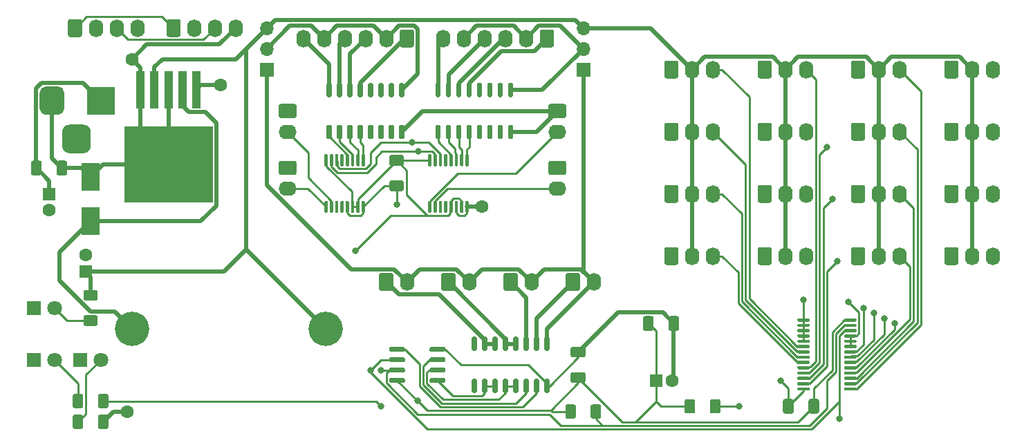
<source format=gbr>
%TF.GenerationSoftware,KiCad,Pcbnew,5.1.9+dfsg1-1*%
%TF.CreationDate,2021-10-02T14:14:07+02:00*%
%TF.ProjectId,accessory_board,61636365-7373-46f7-9279-5f626f617264,rev?*%
%TF.SameCoordinates,Original*%
%TF.FileFunction,Copper,L1,Top*%
%TF.FilePolarity,Positive*%
%FSLAX46Y46*%
G04 Gerber Fmt 4.6, Leading zero omitted, Abs format (unit mm)*
G04 Created by KiCad (PCBNEW 5.1.9+dfsg1-1) date 2021-10-02 14:14:07*
%MOMM*%
%LPD*%
G01*
G04 APERTURE LIST*
%TA.AperFunction,ComponentPad*%
%ADD10C,1.600000*%
%TD*%
%TA.AperFunction,ComponentPad*%
%ADD11R,1.600000X1.600000*%
%TD*%
%TA.AperFunction,ComponentPad*%
%ADD12C,1.800000*%
%TD*%
%TA.AperFunction,ComponentPad*%
%ADD13R,1.800000X1.800000*%
%TD*%
%TA.AperFunction,SMDPad,CuDef*%
%ADD14R,2.300000X3.500000*%
%TD*%
%TA.AperFunction,ComponentPad*%
%ADD15R,3.500000X3.500000*%
%TD*%
%TA.AperFunction,ComponentPad*%
%ADD16O,1.740000X2.190000*%
%TD*%
%TA.AperFunction,ComponentPad*%
%ADD17O,2.190000X1.740000*%
%TD*%
%TA.AperFunction,ComponentPad*%
%ADD18O,1.700000X1.700000*%
%TD*%
%TA.AperFunction,ComponentPad*%
%ADD19R,1.700000X1.700000*%
%TD*%
%TA.AperFunction,SMDPad,CuDef*%
%ADD20R,1.100000X4.600000*%
%TD*%
%TA.AperFunction,SMDPad,CuDef*%
%ADD21R,10.800000X9.400000*%
%TD*%
%TA.AperFunction,ComponentPad*%
%ADD22C,4.200000*%
%TD*%
%TA.AperFunction,ViaPad*%
%ADD23C,0.800000*%
%TD*%
%TA.AperFunction,ViaPad*%
%ADD24C,1.600000*%
%TD*%
%TA.AperFunction,Conductor*%
%ADD25C,0.250000*%
%TD*%
%TA.AperFunction,Conductor*%
%ADD26C,0.500000*%
%TD*%
G04 APERTURE END LIST*
%TO.P,C1,1*%
%TO.N,+5V*%
%TA.AperFunction,SMDPad,CuDef*%
G36*
G01*
X200009999Y-32700000D02*
X201310001Y-32700000D01*
G75*
G02*
X201560000Y-32949999I0J-249999D01*
G01*
X201560000Y-33775001D01*
G75*
G02*
X201310001Y-34025000I-249999J0D01*
G01*
X200009999Y-34025000D01*
G75*
G02*
X199760000Y-33775001I0J249999D01*
G01*
X199760000Y-32949999D01*
G75*
G02*
X200009999Y-32700000I249999J0D01*
G01*
G37*
%TD.AperFunction*%
%TO.P,C1,2*%
%TO.N,GND*%
%TA.AperFunction,SMDPad,CuDef*%
G36*
G01*
X200009999Y-35825000D02*
X201310001Y-35825000D01*
G75*
G02*
X201560000Y-36074999I0J-249999D01*
G01*
X201560000Y-36900001D01*
G75*
G02*
X201310001Y-37150000I-249999J0D01*
G01*
X200009999Y-37150000D01*
G75*
G02*
X199760000Y-36900001I0J249999D01*
G01*
X199760000Y-36074999D01*
G75*
G02*
X200009999Y-35825000I249999J0D01*
G01*
G37*
%TD.AperFunction*%
%TD*%
D10*
%TO.P,C2,2*%
%TO.N,GND*%
X158115000Y-39465000D03*
D11*
%TO.P,C2,1*%
%TO.N,+12V*%
X158115000Y-37465000D03*
%TD*%
%TO.P,C3,2*%
%TO.N,GND*%
%TA.AperFunction,SMDPad,CuDef*%
G36*
G01*
X159015000Y-34940001D02*
X159015000Y-33639999D01*
G75*
G02*
X159264999Y-33390000I249999J0D01*
G01*
X160090001Y-33390000D01*
G75*
G02*
X160340000Y-33639999I0J-249999D01*
G01*
X160340000Y-34940001D01*
G75*
G02*
X160090001Y-35190000I-249999J0D01*
G01*
X159264999Y-35190000D01*
G75*
G02*
X159015000Y-34940001I0J249999D01*
G01*
G37*
%TD.AperFunction*%
%TO.P,C3,1*%
%TO.N,+12V*%
%TA.AperFunction,SMDPad,CuDef*%
G36*
G01*
X155890000Y-34940001D02*
X155890000Y-33639999D01*
G75*
G02*
X156139999Y-33390000I249999J0D01*
G01*
X156965001Y-33390000D01*
G75*
G02*
X157215000Y-33639999I0J-249999D01*
G01*
X157215000Y-34940001D01*
G75*
G02*
X156965001Y-35190000I-249999J0D01*
G01*
X156139999Y-35190000D01*
G75*
G02*
X155890000Y-34940001I0J249999D01*
G01*
G37*
%TD.AperFunction*%
%TD*%
%TO.P,C4,1*%
%TO.N,+5V*%
X232410000Y-60325000D03*
D10*
%TO.P,C4,2*%
%TO.N,GND*%
X234410000Y-60325000D03*
%TD*%
%TO.P,C5,2*%
%TO.N,GND*%
X162560000Y-44990000D03*
D11*
%TO.P,C5,1*%
%TO.N,+5VP*%
X162560000Y-46990000D03*
%TD*%
%TO.P,C6,1*%
%TO.N,+5V*%
%TA.AperFunction,SMDPad,CuDef*%
G36*
G01*
X230820000Y-53990001D02*
X230820000Y-52689999D01*
G75*
G02*
X231069999Y-52440000I249999J0D01*
G01*
X231895001Y-52440000D01*
G75*
G02*
X232145000Y-52689999I0J-249999D01*
G01*
X232145000Y-53990001D01*
G75*
G02*
X231895001Y-54240000I-249999J0D01*
G01*
X231069999Y-54240000D01*
G75*
G02*
X230820000Y-53990001I0J249999D01*
G01*
G37*
%TD.AperFunction*%
%TO.P,C6,2*%
%TO.N,GND*%
%TA.AperFunction,SMDPad,CuDef*%
G36*
G01*
X233945000Y-53990001D02*
X233945000Y-52689999D01*
G75*
G02*
X234194999Y-52440000I249999J0D01*
G01*
X235020001Y-52440000D01*
G75*
G02*
X235270000Y-52689999I0J-249999D01*
G01*
X235270000Y-53990001D01*
G75*
G02*
X235020001Y-54240000I-249999J0D01*
G01*
X234194999Y-54240000D01*
G75*
G02*
X233945000Y-53990001I0J249999D01*
G01*
G37*
%TD.AperFunction*%
%TD*%
%TO.P,C7,1*%
%TO.N,+5V*%
%TA.AperFunction,SMDPad,CuDef*%
G36*
G01*
X252415000Y-62849999D02*
X252415000Y-64150001D01*
G75*
G02*
X252165001Y-64400000I-249999J0D01*
G01*
X251339999Y-64400000D01*
G75*
G02*
X251090000Y-64150001I0J249999D01*
G01*
X251090000Y-62849999D01*
G75*
G02*
X251339999Y-62600000I249999J0D01*
G01*
X252165001Y-62600000D01*
G75*
G02*
X252415000Y-62849999I0J-249999D01*
G01*
G37*
%TD.AperFunction*%
%TO.P,C7,2*%
%TO.N,GND*%
%TA.AperFunction,SMDPad,CuDef*%
G36*
G01*
X249290000Y-62849999D02*
X249290000Y-64150001D01*
G75*
G02*
X249040001Y-64400000I-249999J0D01*
G01*
X248214999Y-64400000D01*
G75*
G02*
X247965000Y-64150001I0J249999D01*
G01*
X247965000Y-62849999D01*
G75*
G02*
X248214999Y-62600000I249999J0D01*
G01*
X249040001Y-62600000D01*
G75*
G02*
X249290000Y-62849999I0J-249999D01*
G01*
G37*
%TD.AperFunction*%
%TD*%
%TO.P,C8,2*%
%TO.N,GND*%
%TA.AperFunction,SMDPad,CuDef*%
G36*
G01*
X223535001Y-57520000D02*
X222234999Y-57520000D01*
G75*
G02*
X221985000Y-57270001I0J249999D01*
G01*
X221985000Y-56444999D01*
G75*
G02*
X222234999Y-56195000I249999J0D01*
G01*
X223535001Y-56195000D01*
G75*
G02*
X223785000Y-56444999I0J-249999D01*
G01*
X223785000Y-57270001D01*
G75*
G02*
X223535001Y-57520000I-249999J0D01*
G01*
G37*
%TD.AperFunction*%
%TO.P,C8,1*%
%TO.N,+5V*%
%TA.AperFunction,SMDPad,CuDef*%
G36*
G01*
X223535001Y-60645000D02*
X222234999Y-60645000D01*
G75*
G02*
X221985000Y-60395001I0J249999D01*
G01*
X221985000Y-59569999D01*
G75*
G02*
X222234999Y-59320000I249999J0D01*
G01*
X223535001Y-59320000D01*
G75*
G02*
X223785000Y-59569999I0J-249999D01*
G01*
X223785000Y-60395001D01*
G75*
G02*
X223535001Y-60645000I-249999J0D01*
G01*
G37*
%TD.AperFunction*%
%TD*%
D12*
%TO.P,D1,2*%
%TO.N,Net-(D1-Pad2)*%
X158750000Y-57785000D03*
D13*
%TO.P,D1,1*%
%TO.N,GND*%
X156210000Y-57785000D03*
%TD*%
D14*
%TO.P,D2,1*%
%TO.N,Net-(D2-Pad1)*%
X163195000Y-40800000D03*
%TO.P,D2,2*%
%TO.N,GND*%
X163195000Y-35400000D03*
%TD*%
D13*
%TO.P,D3,1*%
%TO.N,GND*%
X156210000Y-51435000D03*
D12*
%TO.P,D3,2*%
%TO.N,Net-(D3-Pad2)*%
X158750000Y-51435000D03*
%TD*%
D15*
%TO.P,J1,1*%
%TO.N,+12V*%
X164465000Y-26035000D03*
%TO.P,J1,2*%
%TO.N,GND*%
%TA.AperFunction,ComponentPad*%
G36*
G01*
X156965000Y-27035000D02*
X156965000Y-25035000D01*
G75*
G02*
X157715000Y-24285000I750000J0D01*
G01*
X159215000Y-24285000D01*
G75*
G02*
X159965000Y-25035000I0J-750000D01*
G01*
X159965000Y-27035000D01*
G75*
G02*
X159215000Y-27785000I-750000J0D01*
G01*
X157715000Y-27785000D01*
G75*
G02*
X156965000Y-27035000I0J750000D01*
G01*
G37*
%TD.AperFunction*%
%TO.P,J1,3*%
%TO.N,N/C*%
%TA.AperFunction,ComponentPad*%
G36*
G01*
X159715000Y-31610000D02*
X159715000Y-29860000D01*
G75*
G02*
X160590000Y-28985000I875000J0D01*
G01*
X162340000Y-28985000D01*
G75*
G02*
X163215000Y-29860000I0J-875000D01*
G01*
X163215000Y-31610000D01*
G75*
G02*
X162340000Y-32485000I-875000J0D01*
G01*
X160590000Y-32485000D01*
G75*
G02*
X159715000Y-31610000I0J875000D01*
G01*
G37*
%TD.AperFunction*%
%TD*%
D16*
%TO.P,J2,4*%
%TO.N,GND*%
X168910000Y-17145000D03*
%TO.P,J2,3*%
%TO.N,/SCL*%
X166370000Y-17145000D03*
%TO.P,J2,2*%
%TO.N,/SDA*%
X163830000Y-17145000D03*
%TO.P,J2,1*%
%TO.N,+5V*%
%TA.AperFunction,ComponentPad*%
G36*
G01*
X160420000Y-17990001D02*
X160420000Y-16299999D01*
G75*
G02*
X160669999Y-16050000I249999J0D01*
G01*
X161910001Y-16050000D01*
G75*
G02*
X162160000Y-16299999I0J-249999D01*
G01*
X162160000Y-17990001D01*
G75*
G02*
X161910001Y-18240000I-249999J0D01*
G01*
X160669999Y-18240000D01*
G75*
G02*
X160420000Y-17990001I0J249999D01*
G01*
G37*
%TD.AperFunction*%
%TD*%
%TO.P,J3,1*%
%TO.N,+5V*%
%TA.AperFunction,ComponentPad*%
G36*
G01*
X172485000Y-17990001D02*
X172485000Y-16299999D01*
G75*
G02*
X172734999Y-16050000I249999J0D01*
G01*
X173975001Y-16050000D01*
G75*
G02*
X174225000Y-16299999I0J-249999D01*
G01*
X174225000Y-17990001D01*
G75*
G02*
X173975001Y-18240000I-249999J0D01*
G01*
X172734999Y-18240000D01*
G75*
G02*
X172485000Y-17990001I0J249999D01*
G01*
G37*
%TD.AperFunction*%
%TO.P,J3,2*%
%TO.N,/SDA*%
X175895000Y-17145000D03*
%TO.P,J3,3*%
%TO.N,/SCL*%
X178435000Y-17145000D03*
%TO.P,J3,4*%
%TO.N,GND*%
X180975000Y-17145000D03*
%TD*%
%TO.P,J4,6*%
%TO.N,Net-(J4-Pad6)*%
X206375000Y-18415000D03*
%TO.P,J4,5*%
%TO.N,Net-(J4-Pad2)*%
X208915000Y-18415000D03*
%TO.P,J4,4*%
%TO.N,Net-(J4-Pad4)*%
X211455000Y-18415000D03*
%TO.P,J4,3*%
%TO.N,Net-(J4-Pad3)*%
X213995000Y-18415000D03*
%TO.P,J4,2*%
%TO.N,Net-(J4-Pad2)*%
X216535000Y-18415000D03*
%TO.P,J4,1*%
%TO.N,Net-(J4-Pad1)*%
%TA.AperFunction,ComponentPad*%
G36*
G01*
X219945000Y-17569999D02*
X219945000Y-19260001D01*
G75*
G02*
X219695001Y-19510000I-249999J0D01*
G01*
X218454999Y-19510000D01*
G75*
G02*
X218205000Y-19260001I0J249999D01*
G01*
X218205000Y-17569999D01*
G75*
G02*
X218454999Y-17320000I249999J0D01*
G01*
X219695001Y-17320000D01*
G75*
G02*
X219945000Y-17569999I0J-249999D01*
G01*
G37*
%TD.AperFunction*%
%TD*%
%TO.P,J5,1*%
%TO.N,Net-(J5-Pad1)*%
%TA.AperFunction,ComponentPad*%
G36*
G01*
X202800000Y-17569999D02*
X202800000Y-19260001D01*
G75*
G02*
X202550001Y-19510000I-249999J0D01*
G01*
X201309999Y-19510000D01*
G75*
G02*
X201060000Y-19260001I0J249999D01*
G01*
X201060000Y-17569999D01*
G75*
G02*
X201309999Y-17320000I249999J0D01*
G01*
X202550001Y-17320000D01*
G75*
G02*
X202800000Y-17569999I0J-249999D01*
G01*
G37*
%TD.AperFunction*%
%TO.P,J5,2*%
%TO.N,Net-(J5-Pad2)*%
X199390000Y-18415000D03*
%TO.P,J5,3*%
%TO.N,Net-(J5-Pad3)*%
X196850000Y-18415000D03*
%TO.P,J5,4*%
%TO.N,Net-(J5-Pad4)*%
X194310000Y-18415000D03*
%TO.P,J5,5*%
%TO.N,Net-(J5-Pad2)*%
X191770000Y-18415000D03*
%TO.P,J5,6*%
%TO.N,Net-(J5-Pad6)*%
X189230000Y-18415000D03*
%TD*%
%TO.P,J6,1*%
%TO.N,GND*%
%TA.AperFunction,ComponentPad*%
G36*
G01*
X219499999Y-26435000D02*
X221190001Y-26435000D01*
G75*
G02*
X221440000Y-26684999I0J-249999D01*
G01*
X221440000Y-27925001D01*
G75*
G02*
X221190001Y-28175000I-249999J0D01*
G01*
X219499999Y-28175000D01*
G75*
G02*
X219250000Y-27925001I0J249999D01*
G01*
X219250000Y-26684999D01*
G75*
G02*
X219499999Y-26435000I249999J0D01*
G01*
G37*
%TD.AperFunction*%
D17*
%TO.P,J6,2*%
%TO.N,/ENDSW_1A*%
X220345000Y-29845000D03*
%TD*%
%TO.P,J7,2*%
%TO.N,/ENDSW_1B*%
X220345000Y-36830000D03*
%TO.P,J7,1*%
%TO.N,GND*%
%TA.AperFunction,ComponentPad*%
G36*
G01*
X219499999Y-33420000D02*
X221190001Y-33420000D01*
G75*
G02*
X221440000Y-33669999I0J-249999D01*
G01*
X221440000Y-34910001D01*
G75*
G02*
X221190001Y-35160000I-249999J0D01*
G01*
X219499999Y-35160000D01*
G75*
G02*
X219250000Y-34910001I0J249999D01*
G01*
X219250000Y-33669999D01*
G75*
G02*
X219499999Y-33420000I249999J0D01*
G01*
G37*
%TD.AperFunction*%
%TD*%
%TO.P,J8,2*%
%TO.N,/ENDSW_2A*%
X187325000Y-36830000D03*
%TO.P,J8,1*%
%TO.N,GND*%
%TA.AperFunction,ComponentPad*%
G36*
G01*
X186479999Y-33420000D02*
X188170001Y-33420000D01*
G75*
G02*
X188420000Y-33669999I0J-249999D01*
G01*
X188420000Y-34910001D01*
G75*
G02*
X188170001Y-35160000I-249999J0D01*
G01*
X186479999Y-35160000D01*
G75*
G02*
X186230000Y-34910001I0J249999D01*
G01*
X186230000Y-33669999D01*
G75*
G02*
X186479999Y-33420000I249999J0D01*
G01*
G37*
%TD.AperFunction*%
%TD*%
%TO.P,J9,1*%
%TO.N,GND*%
%TA.AperFunction,ComponentPad*%
G36*
G01*
X186479999Y-26435000D02*
X188170001Y-26435000D01*
G75*
G02*
X188420000Y-26684999I0J-249999D01*
G01*
X188420000Y-27925001D01*
G75*
G02*
X188170001Y-28175000I-249999J0D01*
G01*
X186479999Y-28175000D01*
G75*
G02*
X186230000Y-27925001I0J249999D01*
G01*
X186230000Y-26684999D01*
G75*
G02*
X186479999Y-26435000I249999J0D01*
G01*
G37*
%TD.AperFunction*%
%TO.P,J9,2*%
%TO.N,/ENDSW_2B*%
X187325000Y-29845000D03*
%TD*%
%TO.P,J10,1*%
%TO.N,GND*%
%TA.AperFunction,ComponentPad*%
G36*
G01*
X233445000Y-23070001D02*
X233445000Y-21379999D01*
G75*
G02*
X233694999Y-21130000I249999J0D01*
G01*
X234935001Y-21130000D01*
G75*
G02*
X235185000Y-21379999I0J-249999D01*
G01*
X235185000Y-23070001D01*
G75*
G02*
X234935001Y-23320000I-249999J0D01*
G01*
X233694999Y-23320000D01*
G75*
G02*
X233445000Y-23070001I0J249999D01*
G01*
G37*
%TD.AperFunction*%
D16*
%TO.P,J10,2*%
%TO.N,+5VP*%
X236855000Y-22225000D03*
%TO.P,J10,3*%
%TO.N,/SERVO0*%
X239395000Y-22225000D03*
%TD*%
%TO.P,J11,3*%
%TO.N,/SERVO1*%
X239395000Y-29845000D03*
%TO.P,J11,2*%
%TO.N,+5VP*%
X236855000Y-29845000D03*
%TO.P,J11,1*%
%TO.N,GND*%
%TA.AperFunction,ComponentPad*%
G36*
G01*
X233445000Y-30690001D02*
X233445000Y-28999999D01*
G75*
G02*
X233694999Y-28750000I249999J0D01*
G01*
X234935001Y-28750000D01*
G75*
G02*
X235185000Y-28999999I0J-249999D01*
G01*
X235185000Y-30690001D01*
G75*
G02*
X234935001Y-30940000I-249999J0D01*
G01*
X233694999Y-30940000D01*
G75*
G02*
X233445000Y-30690001I0J249999D01*
G01*
G37*
%TD.AperFunction*%
%TD*%
%TO.P,J12,1*%
%TO.N,GND*%
%TA.AperFunction,ComponentPad*%
G36*
G01*
X233445000Y-38310001D02*
X233445000Y-36619999D01*
G75*
G02*
X233694999Y-36370000I249999J0D01*
G01*
X234935001Y-36370000D01*
G75*
G02*
X235185000Y-36619999I0J-249999D01*
G01*
X235185000Y-38310001D01*
G75*
G02*
X234935001Y-38560000I-249999J0D01*
G01*
X233694999Y-38560000D01*
G75*
G02*
X233445000Y-38310001I0J249999D01*
G01*
G37*
%TD.AperFunction*%
%TO.P,J12,2*%
%TO.N,+5VP*%
X236855000Y-37465000D03*
%TO.P,J12,3*%
%TO.N,/SERVO2*%
X239395000Y-37465000D03*
%TD*%
%TO.P,J13,1*%
%TO.N,GND*%
%TA.AperFunction,ComponentPad*%
G36*
G01*
X233445000Y-45930001D02*
X233445000Y-44239999D01*
G75*
G02*
X233694999Y-43990000I249999J0D01*
G01*
X234935001Y-43990000D01*
G75*
G02*
X235185000Y-44239999I0J-249999D01*
G01*
X235185000Y-45930001D01*
G75*
G02*
X234935001Y-46180000I-249999J0D01*
G01*
X233694999Y-46180000D01*
G75*
G02*
X233445000Y-45930001I0J249999D01*
G01*
G37*
%TD.AperFunction*%
%TO.P,J13,2*%
%TO.N,+5VP*%
X236855000Y-45085000D03*
%TO.P,J13,3*%
%TO.N,/SERVO3*%
X239395000Y-45085000D03*
%TD*%
%TO.P,J14,3*%
%TO.N,/SERVO4*%
X250825000Y-22225000D03*
%TO.P,J14,2*%
%TO.N,+5VP*%
X248285000Y-22225000D03*
%TO.P,J14,1*%
%TO.N,GND*%
%TA.AperFunction,ComponentPad*%
G36*
G01*
X244875000Y-23070001D02*
X244875000Y-21379999D01*
G75*
G02*
X245124999Y-21130000I249999J0D01*
G01*
X246365001Y-21130000D01*
G75*
G02*
X246615000Y-21379999I0J-249999D01*
G01*
X246615000Y-23070001D01*
G75*
G02*
X246365001Y-23320000I-249999J0D01*
G01*
X245124999Y-23320000D01*
G75*
G02*
X244875000Y-23070001I0J249999D01*
G01*
G37*
%TD.AperFunction*%
%TD*%
%TO.P,J15,1*%
%TO.N,GND*%
%TA.AperFunction,ComponentPad*%
G36*
G01*
X244875000Y-30690001D02*
X244875000Y-28999999D01*
G75*
G02*
X245124999Y-28750000I249999J0D01*
G01*
X246365001Y-28750000D01*
G75*
G02*
X246615000Y-28999999I0J-249999D01*
G01*
X246615000Y-30690001D01*
G75*
G02*
X246365001Y-30940000I-249999J0D01*
G01*
X245124999Y-30940000D01*
G75*
G02*
X244875000Y-30690001I0J249999D01*
G01*
G37*
%TD.AperFunction*%
%TO.P,J15,2*%
%TO.N,+5VP*%
X248285000Y-29845000D03*
%TO.P,J15,3*%
%TO.N,/SERVO5*%
X250825000Y-29845000D03*
%TD*%
%TO.P,J16,3*%
%TO.N,/SERVO6*%
X250825000Y-37465000D03*
%TO.P,J16,2*%
%TO.N,+5VP*%
X248285000Y-37465000D03*
%TO.P,J16,1*%
%TO.N,GND*%
%TA.AperFunction,ComponentPad*%
G36*
G01*
X244875000Y-38310001D02*
X244875000Y-36619999D01*
G75*
G02*
X245124999Y-36370000I249999J0D01*
G01*
X246365001Y-36370000D01*
G75*
G02*
X246615000Y-36619999I0J-249999D01*
G01*
X246615000Y-38310001D01*
G75*
G02*
X246365001Y-38560000I-249999J0D01*
G01*
X245124999Y-38560000D01*
G75*
G02*
X244875000Y-38310001I0J249999D01*
G01*
G37*
%TD.AperFunction*%
%TD*%
%TO.P,J17,3*%
%TO.N,/SERVO7*%
X250825000Y-45085000D03*
%TO.P,J17,2*%
%TO.N,+5VP*%
X248285000Y-45085000D03*
%TO.P,J17,1*%
%TO.N,GND*%
%TA.AperFunction,ComponentPad*%
G36*
G01*
X244875000Y-45930001D02*
X244875000Y-44239999D01*
G75*
G02*
X245124999Y-43990000I249999J0D01*
G01*
X246365001Y-43990000D01*
G75*
G02*
X246615000Y-44239999I0J-249999D01*
G01*
X246615000Y-45930001D01*
G75*
G02*
X246365001Y-46180000I-249999J0D01*
G01*
X245124999Y-46180000D01*
G75*
G02*
X244875000Y-45930001I0J249999D01*
G01*
G37*
%TD.AperFunction*%
%TD*%
%TO.P,J18,3*%
%TO.N,/SERVOA*%
X262255000Y-37465000D03*
%TO.P,J18,2*%
%TO.N,+5VP*%
X259715000Y-37465000D03*
%TO.P,J18,1*%
%TO.N,GND*%
%TA.AperFunction,ComponentPad*%
G36*
G01*
X256305000Y-38310001D02*
X256305000Y-36619999D01*
G75*
G02*
X256554999Y-36370000I249999J0D01*
G01*
X257795001Y-36370000D01*
G75*
G02*
X258045000Y-36619999I0J-249999D01*
G01*
X258045000Y-38310001D01*
G75*
G02*
X257795001Y-38560000I-249999J0D01*
G01*
X256554999Y-38560000D01*
G75*
G02*
X256305000Y-38310001I0J249999D01*
G01*
G37*
%TD.AperFunction*%
%TD*%
%TO.P,J19,1*%
%TO.N,GND*%
%TA.AperFunction,ComponentPad*%
G36*
G01*
X256305000Y-45930001D02*
X256305000Y-44239999D01*
G75*
G02*
X256554999Y-43990000I249999J0D01*
G01*
X257795001Y-43990000D01*
G75*
G02*
X258045000Y-44239999I0J-249999D01*
G01*
X258045000Y-45930001D01*
G75*
G02*
X257795001Y-46180000I-249999J0D01*
G01*
X256554999Y-46180000D01*
G75*
G02*
X256305000Y-45930001I0J249999D01*
G01*
G37*
%TD.AperFunction*%
%TO.P,J19,2*%
%TO.N,+5VP*%
X259715000Y-45085000D03*
%TO.P,J19,3*%
%TO.N,/SERVOB*%
X262255000Y-45085000D03*
%TD*%
%TO.P,J20,1*%
%TO.N,GND*%
%TA.AperFunction,ComponentPad*%
G36*
G01*
X256305000Y-23070001D02*
X256305000Y-21379999D01*
G75*
G02*
X256554999Y-21130000I249999J0D01*
G01*
X257795001Y-21130000D01*
G75*
G02*
X258045000Y-21379999I0J-249999D01*
G01*
X258045000Y-23070001D01*
G75*
G02*
X257795001Y-23320000I-249999J0D01*
G01*
X256554999Y-23320000D01*
G75*
G02*
X256305000Y-23070001I0J249999D01*
G01*
G37*
%TD.AperFunction*%
%TO.P,J20,2*%
%TO.N,+5VP*%
X259715000Y-22225000D03*
%TO.P,J20,3*%
%TO.N,/SERVO8*%
X262255000Y-22225000D03*
%TD*%
%TO.P,J21,1*%
%TO.N,GND*%
%TA.AperFunction,ComponentPad*%
G36*
G01*
X256305000Y-30690001D02*
X256305000Y-28999999D01*
G75*
G02*
X256554999Y-28750000I249999J0D01*
G01*
X257795001Y-28750000D01*
G75*
G02*
X258045000Y-28999999I0J-249999D01*
G01*
X258045000Y-30690001D01*
G75*
G02*
X257795001Y-30940000I-249999J0D01*
G01*
X256554999Y-30940000D01*
G75*
G02*
X256305000Y-30690001I0J249999D01*
G01*
G37*
%TD.AperFunction*%
%TO.P,J21,2*%
%TO.N,+5VP*%
X259715000Y-29845000D03*
%TO.P,J21,3*%
%TO.N,/SERVO9*%
X262255000Y-29845000D03*
%TD*%
%TO.P,J22,1*%
%TO.N,Net-(J22-Pad1)*%
%TA.AperFunction,ComponentPad*%
G36*
G01*
X198520000Y-49105001D02*
X198520000Y-47414999D01*
G75*
G02*
X198769999Y-47165000I249999J0D01*
G01*
X200010001Y-47165000D01*
G75*
G02*
X200260000Y-47414999I0J-249999D01*
G01*
X200260000Y-49105001D01*
G75*
G02*
X200010001Y-49355000I-249999J0D01*
G01*
X198769999Y-49355000D01*
G75*
G02*
X198520000Y-49105001I0J249999D01*
G01*
G37*
%TD.AperFunction*%
%TO.P,J22,2*%
%TO.N,+12V*%
X201930000Y-48260000D03*
%TD*%
%TO.P,J23,1*%
%TO.N,Net-(J23-Pad1)*%
%TA.AperFunction,ComponentPad*%
G36*
G01*
X206140000Y-49105001D02*
X206140000Y-47414999D01*
G75*
G02*
X206389999Y-47165000I249999J0D01*
G01*
X207630001Y-47165000D01*
G75*
G02*
X207880000Y-47414999I0J-249999D01*
G01*
X207880000Y-49105001D01*
G75*
G02*
X207630001Y-49355000I-249999J0D01*
G01*
X206389999Y-49355000D01*
G75*
G02*
X206140000Y-49105001I0J249999D01*
G01*
G37*
%TD.AperFunction*%
%TO.P,J23,2*%
%TO.N,+12V*%
X209550000Y-48260000D03*
%TD*%
%TO.P,J24,2*%
%TO.N,+12V*%
X217170000Y-48260000D03*
%TO.P,J24,1*%
%TO.N,Net-(J24-Pad1)*%
%TA.AperFunction,ComponentPad*%
G36*
G01*
X213760000Y-49105001D02*
X213760000Y-47414999D01*
G75*
G02*
X214009999Y-47165000I249999J0D01*
G01*
X215250001Y-47165000D01*
G75*
G02*
X215500000Y-47414999I0J-249999D01*
G01*
X215500000Y-49105001D01*
G75*
G02*
X215250001Y-49355000I-249999J0D01*
G01*
X214009999Y-49355000D01*
G75*
G02*
X213760000Y-49105001I0J249999D01*
G01*
G37*
%TD.AperFunction*%
%TD*%
%TO.P,J25,2*%
%TO.N,+12V*%
X224790000Y-48260000D03*
%TO.P,J25,1*%
%TO.N,Net-(J25-Pad1)*%
%TA.AperFunction,ComponentPad*%
G36*
G01*
X221380000Y-49105001D02*
X221380000Y-47414999D01*
G75*
G02*
X221629999Y-47165000I249999J0D01*
G01*
X222870001Y-47165000D01*
G75*
G02*
X223120000Y-47414999I0J-249999D01*
G01*
X223120000Y-49105001D01*
G75*
G02*
X222870001Y-49355000I-249999J0D01*
G01*
X221629999Y-49355000D01*
G75*
G02*
X221380000Y-49105001I0J249999D01*
G01*
G37*
%TD.AperFunction*%
%TD*%
%TO.P,J26,3*%
%TO.N,/SERVOE*%
X273685000Y-37465000D03*
%TO.P,J26,2*%
%TO.N,+5VP*%
X271145000Y-37465000D03*
%TO.P,J26,1*%
%TO.N,GND*%
%TA.AperFunction,ComponentPad*%
G36*
G01*
X267735000Y-38310001D02*
X267735000Y-36619999D01*
G75*
G02*
X267984999Y-36370000I249999J0D01*
G01*
X269225001Y-36370000D01*
G75*
G02*
X269475000Y-36619999I0J-249999D01*
G01*
X269475000Y-38310001D01*
G75*
G02*
X269225001Y-38560000I-249999J0D01*
G01*
X267984999Y-38560000D01*
G75*
G02*
X267735000Y-38310001I0J249999D01*
G01*
G37*
%TD.AperFunction*%
%TD*%
%TO.P,J27,3*%
%TO.N,/SERVOF*%
X273685000Y-45085000D03*
%TO.P,J27,2*%
%TO.N,+5VP*%
X271145000Y-45085000D03*
%TO.P,J27,1*%
%TO.N,GND*%
%TA.AperFunction,ComponentPad*%
G36*
G01*
X267735000Y-45930001D02*
X267735000Y-44239999D01*
G75*
G02*
X267984999Y-43990000I249999J0D01*
G01*
X269225001Y-43990000D01*
G75*
G02*
X269475000Y-44239999I0J-249999D01*
G01*
X269475000Y-45930001D01*
G75*
G02*
X269225001Y-46180000I-249999J0D01*
G01*
X267984999Y-46180000D01*
G75*
G02*
X267735000Y-45930001I0J249999D01*
G01*
G37*
%TD.AperFunction*%
%TD*%
%TO.P,J28,3*%
%TO.N,/SERVOC*%
X273685000Y-22225000D03*
%TO.P,J28,2*%
%TO.N,+5VP*%
X271145000Y-22225000D03*
%TO.P,J28,1*%
%TO.N,GND*%
%TA.AperFunction,ComponentPad*%
G36*
G01*
X267735000Y-23070001D02*
X267735000Y-21379999D01*
G75*
G02*
X267984999Y-21130000I249999J0D01*
G01*
X269225001Y-21130000D01*
G75*
G02*
X269475000Y-21379999I0J-249999D01*
G01*
X269475000Y-23070001D01*
G75*
G02*
X269225001Y-23320000I-249999J0D01*
G01*
X267984999Y-23320000D01*
G75*
G02*
X267735000Y-23070001I0J249999D01*
G01*
G37*
%TD.AperFunction*%
%TD*%
%TO.P,J29,1*%
%TO.N,GND*%
%TA.AperFunction,ComponentPad*%
G36*
G01*
X267735000Y-30690001D02*
X267735000Y-28999999D01*
G75*
G02*
X267984999Y-28750000I249999J0D01*
G01*
X269225001Y-28750000D01*
G75*
G02*
X269475000Y-28999999I0J-249999D01*
G01*
X269475000Y-30690001D01*
G75*
G02*
X269225001Y-30940000I-249999J0D01*
G01*
X267984999Y-30940000D01*
G75*
G02*
X267735000Y-30690001I0J249999D01*
G01*
G37*
%TD.AperFunction*%
%TO.P,J29,2*%
%TO.N,+5VP*%
X271145000Y-29845000D03*
%TO.P,J29,3*%
%TO.N,/SERVOD*%
X273685000Y-29845000D03*
%TD*%
D18*
%TO.P,JP1,3*%
%TO.N,+5VP*%
X223520000Y-17145000D03*
%TO.P,JP1,2*%
%TO.N,Net-(J4-Pad2)*%
X223520000Y-19685000D03*
D19*
%TO.P,JP1,1*%
%TO.N,+12V*%
X223520000Y-22225000D03*
%TD*%
%TO.P,JP2,1*%
%TO.N,+12V*%
X184785000Y-22225000D03*
D18*
%TO.P,JP2,2*%
%TO.N,Net-(J5-Pad2)*%
X184785000Y-19685000D03*
%TO.P,JP2,3*%
%TO.N,+5VP*%
X184785000Y-17145000D03*
%TD*%
%TO.P,R1,1*%
%TO.N,+5V*%
%TA.AperFunction,SMDPad,CuDef*%
G36*
G01*
X165395000Y-62240000D02*
X165395000Y-63490000D01*
G75*
G02*
X165145000Y-63740000I-250000J0D01*
G01*
X164345000Y-63740000D01*
G75*
G02*
X164095000Y-63490000I0J250000D01*
G01*
X164095000Y-62240000D01*
G75*
G02*
X164345000Y-61990000I250000J0D01*
G01*
X165145000Y-61990000D01*
G75*
G02*
X165395000Y-62240000I0J-250000D01*
G01*
G37*
%TD.AperFunction*%
%TO.P,R1,2*%
%TO.N,Net-(D1-Pad2)*%
%TA.AperFunction,SMDPad,CuDef*%
G36*
G01*
X162295000Y-62240000D02*
X162295000Y-63490000D01*
G75*
G02*
X162045000Y-63740000I-250000J0D01*
G01*
X161245000Y-63740000D01*
G75*
G02*
X160995000Y-63490000I0J250000D01*
G01*
X160995000Y-62240000D01*
G75*
G02*
X161245000Y-61990000I250000J0D01*
G01*
X162045000Y-61990000D01*
G75*
G02*
X162295000Y-62240000I0J-250000D01*
G01*
G37*
%TD.AperFunction*%
%TD*%
%TO.P,R2,2*%
%TO.N,Net-(D3-Pad2)*%
%TA.AperFunction,SMDPad,CuDef*%
G36*
G01*
X162570000Y-52335000D02*
X163820000Y-52335000D01*
G75*
G02*
X164070000Y-52585000I0J-250000D01*
G01*
X164070000Y-53385000D01*
G75*
G02*
X163820000Y-53635000I-250000J0D01*
G01*
X162570000Y-53635000D01*
G75*
G02*
X162320000Y-53385000I0J250000D01*
G01*
X162320000Y-52585000D01*
G75*
G02*
X162570000Y-52335000I250000J0D01*
G01*
G37*
%TD.AperFunction*%
%TO.P,R2,1*%
%TO.N,+5VP*%
%TA.AperFunction,SMDPad,CuDef*%
G36*
G01*
X162570000Y-49235000D02*
X163820000Y-49235000D01*
G75*
G02*
X164070000Y-49485000I0J-250000D01*
G01*
X164070000Y-50285000D01*
G75*
G02*
X163820000Y-50535000I-250000J0D01*
G01*
X162570000Y-50535000D01*
G75*
G02*
X162320000Y-50285000I0J250000D01*
G01*
X162320000Y-49485000D01*
G75*
G02*
X162570000Y-49235000I250000J0D01*
G01*
G37*
%TD.AperFunction*%
%TD*%
%TO.P,U1,16*%
%TO.N,+5V*%
%TA.AperFunction,SMDPad,CuDef*%
G36*
G01*
X204835000Y-34070000D02*
X204635000Y-34070000D01*
G75*
G02*
X204535000Y-33970000I0J100000D01*
G01*
X204535000Y-32695000D01*
G75*
G02*
X204635000Y-32595000I100000J0D01*
G01*
X204835000Y-32595000D01*
G75*
G02*
X204935000Y-32695000I0J-100000D01*
G01*
X204935000Y-33970000D01*
G75*
G02*
X204835000Y-34070000I-100000J0D01*
G01*
G37*
%TD.AperFunction*%
%TO.P,U1,15*%
%TO.N,/SDA*%
%TA.AperFunction,SMDPad,CuDef*%
G36*
G01*
X205485000Y-34070000D02*
X205285000Y-34070000D01*
G75*
G02*
X205185000Y-33970000I0J100000D01*
G01*
X205185000Y-32695000D01*
G75*
G02*
X205285000Y-32595000I100000J0D01*
G01*
X205485000Y-32595000D01*
G75*
G02*
X205585000Y-32695000I0J-100000D01*
G01*
X205585000Y-33970000D01*
G75*
G02*
X205485000Y-34070000I-100000J0D01*
G01*
G37*
%TD.AperFunction*%
%TO.P,U1,14*%
%TO.N,/SCL*%
%TA.AperFunction,SMDPad,CuDef*%
G36*
G01*
X206135000Y-34070000D02*
X205935000Y-34070000D01*
G75*
G02*
X205835000Y-33970000I0J100000D01*
G01*
X205835000Y-32695000D01*
G75*
G02*
X205935000Y-32595000I100000J0D01*
G01*
X206135000Y-32595000D01*
G75*
G02*
X206235000Y-32695000I0J-100000D01*
G01*
X206235000Y-33970000D01*
G75*
G02*
X206135000Y-34070000I-100000J0D01*
G01*
G37*
%TD.AperFunction*%
%TO.P,U1,13*%
%TO.N,Net-(U1-Pad13)*%
%TA.AperFunction,SMDPad,CuDef*%
G36*
G01*
X206785000Y-34070000D02*
X206585000Y-34070000D01*
G75*
G02*
X206485000Y-33970000I0J100000D01*
G01*
X206485000Y-32695000D01*
G75*
G02*
X206585000Y-32595000I100000J0D01*
G01*
X206785000Y-32595000D01*
G75*
G02*
X206885000Y-32695000I0J-100000D01*
G01*
X206885000Y-33970000D01*
G75*
G02*
X206785000Y-34070000I-100000J0D01*
G01*
G37*
%TD.AperFunction*%
%TO.P,U1,12*%
%TO.N,Net-(U1-Pad12)*%
%TA.AperFunction,SMDPad,CuDef*%
G36*
G01*
X207435000Y-34070000D02*
X207235000Y-34070000D01*
G75*
G02*
X207135000Y-33970000I0J100000D01*
G01*
X207135000Y-32695000D01*
G75*
G02*
X207235000Y-32595000I100000J0D01*
G01*
X207435000Y-32595000D01*
G75*
G02*
X207535000Y-32695000I0J-100000D01*
G01*
X207535000Y-33970000D01*
G75*
G02*
X207435000Y-34070000I-100000J0D01*
G01*
G37*
%TD.AperFunction*%
%TO.P,U1,11*%
%TO.N,Net-(U1-Pad11)*%
%TA.AperFunction,SMDPad,CuDef*%
G36*
G01*
X208085000Y-34070000D02*
X207885000Y-34070000D01*
G75*
G02*
X207785000Y-33970000I0J100000D01*
G01*
X207785000Y-32695000D01*
G75*
G02*
X207885000Y-32595000I100000J0D01*
G01*
X208085000Y-32595000D01*
G75*
G02*
X208185000Y-32695000I0J-100000D01*
G01*
X208185000Y-33970000D01*
G75*
G02*
X208085000Y-34070000I-100000J0D01*
G01*
G37*
%TD.AperFunction*%
%TO.P,U1,10*%
%TO.N,Net-(U1-Pad10)*%
%TA.AperFunction,SMDPad,CuDef*%
G36*
G01*
X208735000Y-34070000D02*
X208535000Y-34070000D01*
G75*
G02*
X208435000Y-33970000I0J100000D01*
G01*
X208435000Y-32695000D01*
G75*
G02*
X208535000Y-32595000I100000J0D01*
G01*
X208735000Y-32595000D01*
G75*
G02*
X208835000Y-32695000I0J-100000D01*
G01*
X208835000Y-33970000D01*
G75*
G02*
X208735000Y-34070000I-100000J0D01*
G01*
G37*
%TD.AperFunction*%
%TO.P,U1,9*%
%TO.N,Net-(U1-Pad9)*%
%TA.AperFunction,SMDPad,CuDef*%
G36*
G01*
X209385000Y-34070000D02*
X209185000Y-34070000D01*
G75*
G02*
X209085000Y-33970000I0J100000D01*
G01*
X209085000Y-32695000D01*
G75*
G02*
X209185000Y-32595000I100000J0D01*
G01*
X209385000Y-32595000D01*
G75*
G02*
X209485000Y-32695000I0J-100000D01*
G01*
X209485000Y-33970000D01*
G75*
G02*
X209385000Y-34070000I-100000J0D01*
G01*
G37*
%TD.AperFunction*%
%TO.P,U1,8*%
%TO.N,GND*%
%TA.AperFunction,SMDPad,CuDef*%
G36*
G01*
X209385000Y-39795000D02*
X209185000Y-39795000D01*
G75*
G02*
X209085000Y-39695000I0J100000D01*
G01*
X209085000Y-38420000D01*
G75*
G02*
X209185000Y-38320000I100000J0D01*
G01*
X209385000Y-38320000D01*
G75*
G02*
X209485000Y-38420000I0J-100000D01*
G01*
X209485000Y-39695000D01*
G75*
G02*
X209385000Y-39795000I-100000J0D01*
G01*
G37*
%TD.AperFunction*%
%TO.P,U1,7*%
%TO.N,+5V*%
%TA.AperFunction,SMDPad,CuDef*%
G36*
G01*
X208735000Y-39795000D02*
X208535000Y-39795000D01*
G75*
G02*
X208435000Y-39695000I0J100000D01*
G01*
X208435000Y-38420000D01*
G75*
G02*
X208535000Y-38320000I100000J0D01*
G01*
X208735000Y-38320000D01*
G75*
G02*
X208835000Y-38420000I0J-100000D01*
G01*
X208835000Y-39695000D01*
G75*
G02*
X208735000Y-39795000I-100000J0D01*
G01*
G37*
%TD.AperFunction*%
%TO.P,U1,6*%
%TO.N,GND*%
%TA.AperFunction,SMDPad,CuDef*%
G36*
G01*
X208085000Y-39795000D02*
X207885000Y-39795000D01*
G75*
G02*
X207785000Y-39695000I0J100000D01*
G01*
X207785000Y-38420000D01*
G75*
G02*
X207885000Y-38320000I100000J0D01*
G01*
X208085000Y-38320000D01*
G75*
G02*
X208185000Y-38420000I0J-100000D01*
G01*
X208185000Y-39695000D01*
G75*
G02*
X208085000Y-39795000I-100000J0D01*
G01*
G37*
%TD.AperFunction*%
%TO.P,U1,5*%
%TO.N,+5V*%
%TA.AperFunction,SMDPad,CuDef*%
G36*
G01*
X207435000Y-39795000D02*
X207235000Y-39795000D01*
G75*
G02*
X207135000Y-39695000I0J100000D01*
G01*
X207135000Y-38420000D01*
G75*
G02*
X207235000Y-38320000I100000J0D01*
G01*
X207435000Y-38320000D01*
G75*
G02*
X207535000Y-38420000I0J-100000D01*
G01*
X207535000Y-39695000D01*
G75*
G02*
X207435000Y-39795000I-100000J0D01*
G01*
G37*
%TD.AperFunction*%
%TO.P,U1,4*%
%TO.N,Net-(U1-Pad4)*%
%TA.AperFunction,SMDPad,CuDef*%
G36*
G01*
X206785000Y-39795000D02*
X206585000Y-39795000D01*
G75*
G02*
X206485000Y-39695000I0J100000D01*
G01*
X206485000Y-38420000D01*
G75*
G02*
X206585000Y-38320000I100000J0D01*
G01*
X206785000Y-38320000D01*
G75*
G02*
X206885000Y-38420000I0J-100000D01*
G01*
X206885000Y-39695000D01*
G75*
G02*
X206785000Y-39795000I-100000J0D01*
G01*
G37*
%TD.AperFunction*%
%TO.P,U1,3*%
%TO.N,Net-(U1-Pad3)*%
%TA.AperFunction,SMDPad,CuDef*%
G36*
G01*
X206135000Y-39795000D02*
X205935000Y-39795000D01*
G75*
G02*
X205835000Y-39695000I0J100000D01*
G01*
X205835000Y-38420000D01*
G75*
G02*
X205935000Y-38320000I100000J0D01*
G01*
X206135000Y-38320000D01*
G75*
G02*
X206235000Y-38420000I0J-100000D01*
G01*
X206235000Y-39695000D01*
G75*
G02*
X206135000Y-39795000I-100000J0D01*
G01*
G37*
%TD.AperFunction*%
%TO.P,U1,2*%
%TO.N,/ENDSW_1B*%
%TA.AperFunction,SMDPad,CuDef*%
G36*
G01*
X205485000Y-39795000D02*
X205285000Y-39795000D01*
G75*
G02*
X205185000Y-39695000I0J100000D01*
G01*
X205185000Y-38420000D01*
G75*
G02*
X205285000Y-38320000I100000J0D01*
G01*
X205485000Y-38320000D01*
G75*
G02*
X205585000Y-38420000I0J-100000D01*
G01*
X205585000Y-39695000D01*
G75*
G02*
X205485000Y-39795000I-100000J0D01*
G01*
G37*
%TD.AperFunction*%
%TO.P,U1,1*%
%TO.N,/ENDSW_1A*%
%TA.AperFunction,SMDPad,CuDef*%
G36*
G01*
X204835000Y-39795000D02*
X204635000Y-39795000D01*
G75*
G02*
X204535000Y-39695000I0J100000D01*
G01*
X204535000Y-38420000D01*
G75*
G02*
X204635000Y-38320000I100000J0D01*
G01*
X204835000Y-38320000D01*
G75*
G02*
X204935000Y-38420000I0J-100000D01*
G01*
X204935000Y-39695000D01*
G75*
G02*
X204835000Y-39795000I-100000J0D01*
G01*
G37*
%TD.AperFunction*%
%TD*%
%TO.P,U2,1*%
%TO.N,/ENDSW_2A*%
%TA.AperFunction,SMDPad,CuDef*%
G36*
G01*
X192135000Y-39795000D02*
X191935000Y-39795000D01*
G75*
G02*
X191835000Y-39695000I0J100000D01*
G01*
X191835000Y-38420000D01*
G75*
G02*
X191935000Y-38320000I100000J0D01*
G01*
X192135000Y-38320000D01*
G75*
G02*
X192235000Y-38420000I0J-100000D01*
G01*
X192235000Y-39695000D01*
G75*
G02*
X192135000Y-39795000I-100000J0D01*
G01*
G37*
%TD.AperFunction*%
%TO.P,U2,2*%
%TO.N,/ENDSW_2B*%
%TA.AperFunction,SMDPad,CuDef*%
G36*
G01*
X192785000Y-39795000D02*
X192585000Y-39795000D01*
G75*
G02*
X192485000Y-39695000I0J100000D01*
G01*
X192485000Y-38420000D01*
G75*
G02*
X192585000Y-38320000I100000J0D01*
G01*
X192785000Y-38320000D01*
G75*
G02*
X192885000Y-38420000I0J-100000D01*
G01*
X192885000Y-39695000D01*
G75*
G02*
X192785000Y-39795000I-100000J0D01*
G01*
G37*
%TD.AperFunction*%
%TO.P,U2,3*%
%TO.N,Net-(U2-Pad3)*%
%TA.AperFunction,SMDPad,CuDef*%
G36*
G01*
X193435000Y-39795000D02*
X193235000Y-39795000D01*
G75*
G02*
X193135000Y-39695000I0J100000D01*
G01*
X193135000Y-38420000D01*
G75*
G02*
X193235000Y-38320000I100000J0D01*
G01*
X193435000Y-38320000D01*
G75*
G02*
X193535000Y-38420000I0J-100000D01*
G01*
X193535000Y-39695000D01*
G75*
G02*
X193435000Y-39795000I-100000J0D01*
G01*
G37*
%TD.AperFunction*%
%TO.P,U2,4*%
%TO.N,Net-(U2-Pad4)*%
%TA.AperFunction,SMDPad,CuDef*%
G36*
G01*
X194085000Y-39795000D02*
X193885000Y-39795000D01*
G75*
G02*
X193785000Y-39695000I0J100000D01*
G01*
X193785000Y-38420000D01*
G75*
G02*
X193885000Y-38320000I100000J0D01*
G01*
X194085000Y-38320000D01*
G75*
G02*
X194185000Y-38420000I0J-100000D01*
G01*
X194185000Y-39695000D01*
G75*
G02*
X194085000Y-39795000I-100000J0D01*
G01*
G37*
%TD.AperFunction*%
%TO.P,U2,5*%
%TO.N,GND*%
%TA.AperFunction,SMDPad,CuDef*%
G36*
G01*
X194735000Y-39795000D02*
X194535000Y-39795000D01*
G75*
G02*
X194435000Y-39695000I0J100000D01*
G01*
X194435000Y-38420000D01*
G75*
G02*
X194535000Y-38320000I100000J0D01*
G01*
X194735000Y-38320000D01*
G75*
G02*
X194835000Y-38420000I0J-100000D01*
G01*
X194835000Y-39695000D01*
G75*
G02*
X194735000Y-39795000I-100000J0D01*
G01*
G37*
%TD.AperFunction*%
%TO.P,U2,6*%
%TO.N,+5V*%
%TA.AperFunction,SMDPad,CuDef*%
G36*
G01*
X195385000Y-39795000D02*
X195185000Y-39795000D01*
G75*
G02*
X195085000Y-39695000I0J100000D01*
G01*
X195085000Y-38420000D01*
G75*
G02*
X195185000Y-38320000I100000J0D01*
G01*
X195385000Y-38320000D01*
G75*
G02*
X195485000Y-38420000I0J-100000D01*
G01*
X195485000Y-39695000D01*
G75*
G02*
X195385000Y-39795000I-100000J0D01*
G01*
G37*
%TD.AperFunction*%
%TO.P,U2,7*%
%TA.AperFunction,SMDPad,CuDef*%
G36*
G01*
X196035000Y-39795000D02*
X195835000Y-39795000D01*
G75*
G02*
X195735000Y-39695000I0J100000D01*
G01*
X195735000Y-38420000D01*
G75*
G02*
X195835000Y-38320000I100000J0D01*
G01*
X196035000Y-38320000D01*
G75*
G02*
X196135000Y-38420000I0J-100000D01*
G01*
X196135000Y-39695000D01*
G75*
G02*
X196035000Y-39795000I-100000J0D01*
G01*
G37*
%TD.AperFunction*%
%TO.P,U2,8*%
%TO.N,GND*%
%TA.AperFunction,SMDPad,CuDef*%
G36*
G01*
X196685000Y-39795000D02*
X196485000Y-39795000D01*
G75*
G02*
X196385000Y-39695000I0J100000D01*
G01*
X196385000Y-38420000D01*
G75*
G02*
X196485000Y-38320000I100000J0D01*
G01*
X196685000Y-38320000D01*
G75*
G02*
X196785000Y-38420000I0J-100000D01*
G01*
X196785000Y-39695000D01*
G75*
G02*
X196685000Y-39795000I-100000J0D01*
G01*
G37*
%TD.AperFunction*%
%TO.P,U2,9*%
%TO.N,Net-(U2-Pad9)*%
%TA.AperFunction,SMDPad,CuDef*%
G36*
G01*
X196685000Y-34070000D02*
X196485000Y-34070000D01*
G75*
G02*
X196385000Y-33970000I0J100000D01*
G01*
X196385000Y-32695000D01*
G75*
G02*
X196485000Y-32595000I100000J0D01*
G01*
X196685000Y-32595000D01*
G75*
G02*
X196785000Y-32695000I0J-100000D01*
G01*
X196785000Y-33970000D01*
G75*
G02*
X196685000Y-34070000I-100000J0D01*
G01*
G37*
%TD.AperFunction*%
%TO.P,U2,10*%
%TO.N,Net-(U2-Pad10)*%
%TA.AperFunction,SMDPad,CuDef*%
G36*
G01*
X196035000Y-34070000D02*
X195835000Y-34070000D01*
G75*
G02*
X195735000Y-33970000I0J100000D01*
G01*
X195735000Y-32695000D01*
G75*
G02*
X195835000Y-32595000I100000J0D01*
G01*
X196035000Y-32595000D01*
G75*
G02*
X196135000Y-32695000I0J-100000D01*
G01*
X196135000Y-33970000D01*
G75*
G02*
X196035000Y-34070000I-100000J0D01*
G01*
G37*
%TD.AperFunction*%
%TO.P,U2,11*%
%TO.N,Net-(U2-Pad11)*%
%TA.AperFunction,SMDPad,CuDef*%
G36*
G01*
X195385000Y-34070000D02*
X195185000Y-34070000D01*
G75*
G02*
X195085000Y-33970000I0J100000D01*
G01*
X195085000Y-32695000D01*
G75*
G02*
X195185000Y-32595000I100000J0D01*
G01*
X195385000Y-32595000D01*
G75*
G02*
X195485000Y-32695000I0J-100000D01*
G01*
X195485000Y-33970000D01*
G75*
G02*
X195385000Y-34070000I-100000J0D01*
G01*
G37*
%TD.AperFunction*%
%TO.P,U2,12*%
%TO.N,Net-(U2-Pad12)*%
%TA.AperFunction,SMDPad,CuDef*%
G36*
G01*
X194735000Y-34070000D02*
X194535000Y-34070000D01*
G75*
G02*
X194435000Y-33970000I0J100000D01*
G01*
X194435000Y-32695000D01*
G75*
G02*
X194535000Y-32595000I100000J0D01*
G01*
X194735000Y-32595000D01*
G75*
G02*
X194835000Y-32695000I0J-100000D01*
G01*
X194835000Y-33970000D01*
G75*
G02*
X194735000Y-34070000I-100000J0D01*
G01*
G37*
%TD.AperFunction*%
%TO.P,U2,13*%
%TO.N,Net-(U2-Pad13)*%
%TA.AperFunction,SMDPad,CuDef*%
G36*
G01*
X194085000Y-34070000D02*
X193885000Y-34070000D01*
G75*
G02*
X193785000Y-33970000I0J100000D01*
G01*
X193785000Y-32695000D01*
G75*
G02*
X193885000Y-32595000I100000J0D01*
G01*
X194085000Y-32595000D01*
G75*
G02*
X194185000Y-32695000I0J-100000D01*
G01*
X194185000Y-33970000D01*
G75*
G02*
X194085000Y-34070000I-100000J0D01*
G01*
G37*
%TD.AperFunction*%
%TO.P,U2,14*%
%TO.N,/SCL*%
%TA.AperFunction,SMDPad,CuDef*%
G36*
G01*
X193435000Y-34070000D02*
X193235000Y-34070000D01*
G75*
G02*
X193135000Y-33970000I0J100000D01*
G01*
X193135000Y-32695000D01*
G75*
G02*
X193235000Y-32595000I100000J0D01*
G01*
X193435000Y-32595000D01*
G75*
G02*
X193535000Y-32695000I0J-100000D01*
G01*
X193535000Y-33970000D01*
G75*
G02*
X193435000Y-34070000I-100000J0D01*
G01*
G37*
%TD.AperFunction*%
%TO.P,U2,15*%
%TO.N,/SDA*%
%TA.AperFunction,SMDPad,CuDef*%
G36*
G01*
X192785000Y-34070000D02*
X192585000Y-34070000D01*
G75*
G02*
X192485000Y-33970000I0J100000D01*
G01*
X192485000Y-32695000D01*
G75*
G02*
X192585000Y-32595000I100000J0D01*
G01*
X192785000Y-32595000D01*
G75*
G02*
X192885000Y-32695000I0J-100000D01*
G01*
X192885000Y-33970000D01*
G75*
G02*
X192785000Y-34070000I-100000J0D01*
G01*
G37*
%TD.AperFunction*%
%TO.P,U2,16*%
%TO.N,+5V*%
%TA.AperFunction,SMDPad,CuDef*%
G36*
G01*
X192135000Y-34070000D02*
X191935000Y-34070000D01*
G75*
G02*
X191835000Y-33970000I0J100000D01*
G01*
X191835000Y-32695000D01*
G75*
G02*
X191935000Y-32595000I100000J0D01*
G01*
X192135000Y-32595000D01*
G75*
G02*
X192235000Y-32695000I0J-100000D01*
G01*
X192235000Y-33970000D01*
G75*
G02*
X192135000Y-34070000I-100000J0D01*
G01*
G37*
%TD.AperFunction*%
%TD*%
D20*
%TO.P,U3,1*%
%TO.N,+12V*%
X176120000Y-24705000D03*
%TO.P,U3,2*%
%TO.N,Net-(D2-Pad1)*%
X174420000Y-24705000D03*
%TO.P,U3,3*%
%TO.N,GND*%
X172720000Y-24705000D03*
%TO.P,U3,4*%
%TO.N,+5VP*%
X171020000Y-24705000D03*
%TO.P,U3,5*%
%TO.N,GND*%
X169320000Y-24705000D03*
D21*
%TO.P,U3,3*%
X172720000Y-33855000D03*
%TD*%
%TO.P,U4,1*%
%TO.N,Net-(U1-Pad12)*%
%TA.AperFunction,SMDPad,CuDef*%
G36*
G01*
X205890000Y-30755000D02*
X205590000Y-30755000D01*
G75*
G02*
X205440000Y-30605000I0J150000D01*
G01*
X205440000Y-29155000D01*
G75*
G02*
X205590000Y-29005000I150000J0D01*
G01*
X205890000Y-29005000D01*
G75*
G02*
X206040000Y-29155000I0J-150000D01*
G01*
X206040000Y-30605000D01*
G75*
G02*
X205890000Y-30755000I-150000J0D01*
G01*
G37*
%TD.AperFunction*%
%TO.P,U4,2*%
%TO.N,Net-(U1-Pad11)*%
%TA.AperFunction,SMDPad,CuDef*%
G36*
G01*
X207160000Y-30755000D02*
X206860000Y-30755000D01*
G75*
G02*
X206710000Y-30605000I0J150000D01*
G01*
X206710000Y-29155000D01*
G75*
G02*
X206860000Y-29005000I150000J0D01*
G01*
X207160000Y-29005000D01*
G75*
G02*
X207310000Y-29155000I0J-150000D01*
G01*
X207310000Y-30605000D01*
G75*
G02*
X207160000Y-30755000I-150000J0D01*
G01*
G37*
%TD.AperFunction*%
%TO.P,U4,3*%
%TO.N,Net-(U1-Pad10)*%
%TA.AperFunction,SMDPad,CuDef*%
G36*
G01*
X208430000Y-30755000D02*
X208130000Y-30755000D01*
G75*
G02*
X207980000Y-30605000I0J150000D01*
G01*
X207980000Y-29155000D01*
G75*
G02*
X208130000Y-29005000I150000J0D01*
G01*
X208430000Y-29005000D01*
G75*
G02*
X208580000Y-29155000I0J-150000D01*
G01*
X208580000Y-30605000D01*
G75*
G02*
X208430000Y-30755000I-150000J0D01*
G01*
G37*
%TD.AperFunction*%
%TO.P,U4,4*%
%TO.N,Net-(U1-Pad9)*%
%TA.AperFunction,SMDPad,CuDef*%
G36*
G01*
X209700000Y-30755000D02*
X209400000Y-30755000D01*
G75*
G02*
X209250000Y-30605000I0J150000D01*
G01*
X209250000Y-29155000D01*
G75*
G02*
X209400000Y-29005000I150000J0D01*
G01*
X209700000Y-29005000D01*
G75*
G02*
X209850000Y-29155000I0J-150000D01*
G01*
X209850000Y-30605000D01*
G75*
G02*
X209700000Y-30755000I-150000J0D01*
G01*
G37*
%TD.AperFunction*%
%TO.P,U4,5*%
%TO.N,Net-(U4-Pad5)*%
%TA.AperFunction,SMDPad,CuDef*%
G36*
G01*
X210970000Y-30755000D02*
X210670000Y-30755000D01*
G75*
G02*
X210520000Y-30605000I0J150000D01*
G01*
X210520000Y-29155000D01*
G75*
G02*
X210670000Y-29005000I150000J0D01*
G01*
X210970000Y-29005000D01*
G75*
G02*
X211120000Y-29155000I0J-150000D01*
G01*
X211120000Y-30605000D01*
G75*
G02*
X210970000Y-30755000I-150000J0D01*
G01*
G37*
%TD.AperFunction*%
%TO.P,U4,6*%
%TO.N,Net-(U4-Pad6)*%
%TA.AperFunction,SMDPad,CuDef*%
G36*
G01*
X212240000Y-30755000D02*
X211940000Y-30755000D01*
G75*
G02*
X211790000Y-30605000I0J150000D01*
G01*
X211790000Y-29155000D01*
G75*
G02*
X211940000Y-29005000I150000J0D01*
G01*
X212240000Y-29005000D01*
G75*
G02*
X212390000Y-29155000I0J-150000D01*
G01*
X212390000Y-30605000D01*
G75*
G02*
X212240000Y-30755000I-150000J0D01*
G01*
G37*
%TD.AperFunction*%
%TO.P,U4,7*%
%TO.N,Net-(U4-Pad7)*%
%TA.AperFunction,SMDPad,CuDef*%
G36*
G01*
X213510000Y-30755000D02*
X213210000Y-30755000D01*
G75*
G02*
X213060000Y-30605000I0J150000D01*
G01*
X213060000Y-29155000D01*
G75*
G02*
X213210000Y-29005000I150000J0D01*
G01*
X213510000Y-29005000D01*
G75*
G02*
X213660000Y-29155000I0J-150000D01*
G01*
X213660000Y-30605000D01*
G75*
G02*
X213510000Y-30755000I-150000J0D01*
G01*
G37*
%TD.AperFunction*%
%TO.P,U4,8*%
%TO.N,GND*%
%TA.AperFunction,SMDPad,CuDef*%
G36*
G01*
X214780000Y-30755000D02*
X214480000Y-30755000D01*
G75*
G02*
X214330000Y-30605000I0J150000D01*
G01*
X214330000Y-29155000D01*
G75*
G02*
X214480000Y-29005000I150000J0D01*
G01*
X214780000Y-29005000D01*
G75*
G02*
X214930000Y-29155000I0J-150000D01*
G01*
X214930000Y-30605000D01*
G75*
G02*
X214780000Y-30755000I-150000J0D01*
G01*
G37*
%TD.AperFunction*%
%TO.P,U4,9*%
%TO.N,Net-(J4-Pad2)*%
%TA.AperFunction,SMDPad,CuDef*%
G36*
G01*
X214780000Y-25605000D02*
X214480000Y-25605000D01*
G75*
G02*
X214330000Y-25455000I0J150000D01*
G01*
X214330000Y-24005000D01*
G75*
G02*
X214480000Y-23855000I150000J0D01*
G01*
X214780000Y-23855000D01*
G75*
G02*
X214930000Y-24005000I0J-150000D01*
G01*
X214930000Y-25455000D01*
G75*
G02*
X214780000Y-25605000I-150000J0D01*
G01*
G37*
%TD.AperFunction*%
%TO.P,U4,10*%
%TO.N,Net-(U4-Pad10)*%
%TA.AperFunction,SMDPad,CuDef*%
G36*
G01*
X213510000Y-25605000D02*
X213210000Y-25605000D01*
G75*
G02*
X213060000Y-25455000I0J150000D01*
G01*
X213060000Y-24005000D01*
G75*
G02*
X213210000Y-23855000I150000J0D01*
G01*
X213510000Y-23855000D01*
G75*
G02*
X213660000Y-24005000I0J-150000D01*
G01*
X213660000Y-25455000D01*
G75*
G02*
X213510000Y-25605000I-150000J0D01*
G01*
G37*
%TD.AperFunction*%
%TO.P,U4,11*%
%TO.N,Net-(U4-Pad11)*%
%TA.AperFunction,SMDPad,CuDef*%
G36*
G01*
X212240000Y-25605000D02*
X211940000Y-25605000D01*
G75*
G02*
X211790000Y-25455000I0J150000D01*
G01*
X211790000Y-24005000D01*
G75*
G02*
X211940000Y-23855000I150000J0D01*
G01*
X212240000Y-23855000D01*
G75*
G02*
X212390000Y-24005000I0J-150000D01*
G01*
X212390000Y-25455000D01*
G75*
G02*
X212240000Y-25605000I-150000J0D01*
G01*
G37*
%TD.AperFunction*%
%TO.P,U4,12*%
%TO.N,Net-(U4-Pad12)*%
%TA.AperFunction,SMDPad,CuDef*%
G36*
G01*
X210970000Y-25605000D02*
X210670000Y-25605000D01*
G75*
G02*
X210520000Y-25455000I0J150000D01*
G01*
X210520000Y-24005000D01*
G75*
G02*
X210670000Y-23855000I150000J0D01*
G01*
X210970000Y-23855000D01*
G75*
G02*
X211120000Y-24005000I0J-150000D01*
G01*
X211120000Y-25455000D01*
G75*
G02*
X210970000Y-25605000I-150000J0D01*
G01*
G37*
%TD.AperFunction*%
%TO.P,U4,13*%
%TO.N,Net-(J4-Pad1)*%
%TA.AperFunction,SMDPad,CuDef*%
G36*
G01*
X209700000Y-25605000D02*
X209400000Y-25605000D01*
G75*
G02*
X209250000Y-25455000I0J150000D01*
G01*
X209250000Y-24005000D01*
G75*
G02*
X209400000Y-23855000I150000J0D01*
G01*
X209700000Y-23855000D01*
G75*
G02*
X209850000Y-24005000I0J-150000D01*
G01*
X209850000Y-25455000D01*
G75*
G02*
X209700000Y-25605000I-150000J0D01*
G01*
G37*
%TD.AperFunction*%
%TO.P,U4,14*%
%TO.N,Net-(J4-Pad3)*%
%TA.AperFunction,SMDPad,CuDef*%
G36*
G01*
X208430000Y-25605000D02*
X208130000Y-25605000D01*
G75*
G02*
X207980000Y-25455000I0J150000D01*
G01*
X207980000Y-24005000D01*
G75*
G02*
X208130000Y-23855000I150000J0D01*
G01*
X208430000Y-23855000D01*
G75*
G02*
X208580000Y-24005000I0J-150000D01*
G01*
X208580000Y-25455000D01*
G75*
G02*
X208430000Y-25605000I-150000J0D01*
G01*
G37*
%TD.AperFunction*%
%TO.P,U4,15*%
%TO.N,Net-(J4-Pad4)*%
%TA.AperFunction,SMDPad,CuDef*%
G36*
G01*
X207160000Y-25605000D02*
X206860000Y-25605000D01*
G75*
G02*
X206710000Y-25455000I0J150000D01*
G01*
X206710000Y-24005000D01*
G75*
G02*
X206860000Y-23855000I150000J0D01*
G01*
X207160000Y-23855000D01*
G75*
G02*
X207310000Y-24005000I0J-150000D01*
G01*
X207310000Y-25455000D01*
G75*
G02*
X207160000Y-25605000I-150000J0D01*
G01*
G37*
%TD.AperFunction*%
%TO.P,U4,16*%
%TO.N,Net-(J4-Pad6)*%
%TA.AperFunction,SMDPad,CuDef*%
G36*
G01*
X205890000Y-25605000D02*
X205590000Y-25605000D01*
G75*
G02*
X205440000Y-25455000I0J150000D01*
G01*
X205440000Y-24005000D01*
G75*
G02*
X205590000Y-23855000I150000J0D01*
G01*
X205890000Y-23855000D01*
G75*
G02*
X206040000Y-24005000I0J-150000D01*
G01*
X206040000Y-25455000D01*
G75*
G02*
X205890000Y-25605000I-150000J0D01*
G01*
G37*
%TD.AperFunction*%
%TD*%
%TO.P,U5,1*%
%TO.N,Net-(U2-Pad12)*%
%TA.AperFunction,SMDPad,CuDef*%
G36*
G01*
X192555000Y-30755000D02*
X192255000Y-30755000D01*
G75*
G02*
X192105000Y-30605000I0J150000D01*
G01*
X192105000Y-29155000D01*
G75*
G02*
X192255000Y-29005000I150000J0D01*
G01*
X192555000Y-29005000D01*
G75*
G02*
X192705000Y-29155000I0J-150000D01*
G01*
X192705000Y-30605000D01*
G75*
G02*
X192555000Y-30755000I-150000J0D01*
G01*
G37*
%TD.AperFunction*%
%TO.P,U5,2*%
%TO.N,Net-(U2-Pad11)*%
%TA.AperFunction,SMDPad,CuDef*%
G36*
G01*
X193825000Y-30755000D02*
X193525000Y-30755000D01*
G75*
G02*
X193375000Y-30605000I0J150000D01*
G01*
X193375000Y-29155000D01*
G75*
G02*
X193525000Y-29005000I150000J0D01*
G01*
X193825000Y-29005000D01*
G75*
G02*
X193975000Y-29155000I0J-150000D01*
G01*
X193975000Y-30605000D01*
G75*
G02*
X193825000Y-30755000I-150000J0D01*
G01*
G37*
%TD.AperFunction*%
%TO.P,U5,3*%
%TO.N,Net-(U2-Pad10)*%
%TA.AperFunction,SMDPad,CuDef*%
G36*
G01*
X195095000Y-30755000D02*
X194795000Y-30755000D01*
G75*
G02*
X194645000Y-30605000I0J150000D01*
G01*
X194645000Y-29155000D01*
G75*
G02*
X194795000Y-29005000I150000J0D01*
G01*
X195095000Y-29005000D01*
G75*
G02*
X195245000Y-29155000I0J-150000D01*
G01*
X195245000Y-30605000D01*
G75*
G02*
X195095000Y-30755000I-150000J0D01*
G01*
G37*
%TD.AperFunction*%
%TO.P,U5,4*%
%TO.N,Net-(U2-Pad9)*%
%TA.AperFunction,SMDPad,CuDef*%
G36*
G01*
X196365000Y-30755000D02*
X196065000Y-30755000D01*
G75*
G02*
X195915000Y-30605000I0J150000D01*
G01*
X195915000Y-29155000D01*
G75*
G02*
X196065000Y-29005000I150000J0D01*
G01*
X196365000Y-29005000D01*
G75*
G02*
X196515000Y-29155000I0J-150000D01*
G01*
X196515000Y-30605000D01*
G75*
G02*
X196365000Y-30755000I-150000J0D01*
G01*
G37*
%TD.AperFunction*%
%TO.P,U5,5*%
%TO.N,Net-(U5-Pad5)*%
%TA.AperFunction,SMDPad,CuDef*%
G36*
G01*
X197635000Y-30755000D02*
X197335000Y-30755000D01*
G75*
G02*
X197185000Y-30605000I0J150000D01*
G01*
X197185000Y-29155000D01*
G75*
G02*
X197335000Y-29005000I150000J0D01*
G01*
X197635000Y-29005000D01*
G75*
G02*
X197785000Y-29155000I0J-150000D01*
G01*
X197785000Y-30605000D01*
G75*
G02*
X197635000Y-30755000I-150000J0D01*
G01*
G37*
%TD.AperFunction*%
%TO.P,U5,6*%
%TO.N,Net-(U5-Pad6)*%
%TA.AperFunction,SMDPad,CuDef*%
G36*
G01*
X198905000Y-30755000D02*
X198605000Y-30755000D01*
G75*
G02*
X198455000Y-30605000I0J150000D01*
G01*
X198455000Y-29155000D01*
G75*
G02*
X198605000Y-29005000I150000J0D01*
G01*
X198905000Y-29005000D01*
G75*
G02*
X199055000Y-29155000I0J-150000D01*
G01*
X199055000Y-30605000D01*
G75*
G02*
X198905000Y-30755000I-150000J0D01*
G01*
G37*
%TD.AperFunction*%
%TO.P,U5,7*%
%TO.N,Net-(U5-Pad7)*%
%TA.AperFunction,SMDPad,CuDef*%
G36*
G01*
X200175000Y-30755000D02*
X199875000Y-30755000D01*
G75*
G02*
X199725000Y-30605000I0J150000D01*
G01*
X199725000Y-29155000D01*
G75*
G02*
X199875000Y-29005000I150000J0D01*
G01*
X200175000Y-29005000D01*
G75*
G02*
X200325000Y-29155000I0J-150000D01*
G01*
X200325000Y-30605000D01*
G75*
G02*
X200175000Y-30755000I-150000J0D01*
G01*
G37*
%TD.AperFunction*%
%TO.P,U5,8*%
%TO.N,GND*%
%TA.AperFunction,SMDPad,CuDef*%
G36*
G01*
X201445000Y-30755000D02*
X201145000Y-30755000D01*
G75*
G02*
X200995000Y-30605000I0J150000D01*
G01*
X200995000Y-29155000D01*
G75*
G02*
X201145000Y-29005000I150000J0D01*
G01*
X201445000Y-29005000D01*
G75*
G02*
X201595000Y-29155000I0J-150000D01*
G01*
X201595000Y-30605000D01*
G75*
G02*
X201445000Y-30755000I-150000J0D01*
G01*
G37*
%TD.AperFunction*%
%TO.P,U5,9*%
%TO.N,Net-(J5-Pad2)*%
%TA.AperFunction,SMDPad,CuDef*%
G36*
G01*
X201445000Y-25605000D02*
X201145000Y-25605000D01*
G75*
G02*
X200995000Y-25455000I0J150000D01*
G01*
X200995000Y-24005000D01*
G75*
G02*
X201145000Y-23855000I150000J0D01*
G01*
X201445000Y-23855000D01*
G75*
G02*
X201595000Y-24005000I0J-150000D01*
G01*
X201595000Y-25455000D01*
G75*
G02*
X201445000Y-25605000I-150000J0D01*
G01*
G37*
%TD.AperFunction*%
%TO.P,U5,10*%
%TO.N,Net-(U5-Pad10)*%
%TA.AperFunction,SMDPad,CuDef*%
G36*
G01*
X200175000Y-25605000D02*
X199875000Y-25605000D01*
G75*
G02*
X199725000Y-25455000I0J150000D01*
G01*
X199725000Y-24005000D01*
G75*
G02*
X199875000Y-23855000I150000J0D01*
G01*
X200175000Y-23855000D01*
G75*
G02*
X200325000Y-24005000I0J-150000D01*
G01*
X200325000Y-25455000D01*
G75*
G02*
X200175000Y-25605000I-150000J0D01*
G01*
G37*
%TD.AperFunction*%
%TO.P,U5,11*%
%TO.N,Net-(U5-Pad11)*%
%TA.AperFunction,SMDPad,CuDef*%
G36*
G01*
X198905000Y-25605000D02*
X198605000Y-25605000D01*
G75*
G02*
X198455000Y-25455000I0J150000D01*
G01*
X198455000Y-24005000D01*
G75*
G02*
X198605000Y-23855000I150000J0D01*
G01*
X198905000Y-23855000D01*
G75*
G02*
X199055000Y-24005000I0J-150000D01*
G01*
X199055000Y-25455000D01*
G75*
G02*
X198905000Y-25605000I-150000J0D01*
G01*
G37*
%TD.AperFunction*%
%TO.P,U5,12*%
%TO.N,Net-(U5-Pad12)*%
%TA.AperFunction,SMDPad,CuDef*%
G36*
G01*
X197635000Y-25605000D02*
X197335000Y-25605000D01*
G75*
G02*
X197185000Y-25455000I0J150000D01*
G01*
X197185000Y-24005000D01*
G75*
G02*
X197335000Y-23855000I150000J0D01*
G01*
X197635000Y-23855000D01*
G75*
G02*
X197785000Y-24005000I0J-150000D01*
G01*
X197785000Y-25455000D01*
G75*
G02*
X197635000Y-25605000I-150000J0D01*
G01*
G37*
%TD.AperFunction*%
%TO.P,U5,13*%
%TO.N,Net-(J5-Pad1)*%
%TA.AperFunction,SMDPad,CuDef*%
G36*
G01*
X196365000Y-25605000D02*
X196065000Y-25605000D01*
G75*
G02*
X195915000Y-25455000I0J150000D01*
G01*
X195915000Y-24005000D01*
G75*
G02*
X196065000Y-23855000I150000J0D01*
G01*
X196365000Y-23855000D01*
G75*
G02*
X196515000Y-24005000I0J-150000D01*
G01*
X196515000Y-25455000D01*
G75*
G02*
X196365000Y-25605000I-150000J0D01*
G01*
G37*
%TD.AperFunction*%
%TO.P,U5,14*%
%TO.N,Net-(J5-Pad3)*%
%TA.AperFunction,SMDPad,CuDef*%
G36*
G01*
X195095000Y-25605000D02*
X194795000Y-25605000D01*
G75*
G02*
X194645000Y-25455000I0J150000D01*
G01*
X194645000Y-24005000D01*
G75*
G02*
X194795000Y-23855000I150000J0D01*
G01*
X195095000Y-23855000D01*
G75*
G02*
X195245000Y-24005000I0J-150000D01*
G01*
X195245000Y-25455000D01*
G75*
G02*
X195095000Y-25605000I-150000J0D01*
G01*
G37*
%TD.AperFunction*%
%TO.P,U5,15*%
%TO.N,Net-(J5-Pad4)*%
%TA.AperFunction,SMDPad,CuDef*%
G36*
G01*
X193825000Y-25605000D02*
X193525000Y-25605000D01*
G75*
G02*
X193375000Y-25455000I0J150000D01*
G01*
X193375000Y-24005000D01*
G75*
G02*
X193525000Y-23855000I150000J0D01*
G01*
X193825000Y-23855000D01*
G75*
G02*
X193975000Y-24005000I0J-150000D01*
G01*
X193975000Y-25455000D01*
G75*
G02*
X193825000Y-25605000I-150000J0D01*
G01*
G37*
%TD.AperFunction*%
%TO.P,U5,16*%
%TO.N,Net-(J5-Pad6)*%
%TA.AperFunction,SMDPad,CuDef*%
G36*
G01*
X192555000Y-25605000D02*
X192255000Y-25605000D01*
G75*
G02*
X192105000Y-25455000I0J150000D01*
G01*
X192105000Y-24005000D01*
G75*
G02*
X192255000Y-23855000I150000J0D01*
G01*
X192555000Y-23855000D01*
G75*
G02*
X192705000Y-24005000I0J-150000D01*
G01*
X192705000Y-25455000D01*
G75*
G02*
X192555000Y-25605000I-150000J0D01*
G01*
G37*
%TD.AperFunction*%
%TD*%
%TO.P,U6,1*%
%TO.N,GND*%
%TA.AperFunction,SMDPad,CuDef*%
G36*
G01*
X249765000Y-53025000D02*
X249765000Y-52825000D01*
G75*
G02*
X249865000Y-52725000I100000J0D01*
G01*
X251140000Y-52725000D01*
G75*
G02*
X251240000Y-52825000I0J-100000D01*
G01*
X251240000Y-53025000D01*
G75*
G02*
X251140000Y-53125000I-100000J0D01*
G01*
X249865000Y-53125000D01*
G75*
G02*
X249765000Y-53025000I0J100000D01*
G01*
G37*
%TD.AperFunction*%
%TO.P,U6,2*%
%TA.AperFunction,SMDPad,CuDef*%
G36*
G01*
X249765000Y-53675000D02*
X249765000Y-53475000D01*
G75*
G02*
X249865000Y-53375000I100000J0D01*
G01*
X251140000Y-53375000D01*
G75*
G02*
X251240000Y-53475000I0J-100000D01*
G01*
X251240000Y-53675000D01*
G75*
G02*
X251140000Y-53775000I-100000J0D01*
G01*
X249865000Y-53775000D01*
G75*
G02*
X249765000Y-53675000I0J100000D01*
G01*
G37*
%TD.AperFunction*%
%TO.P,U6,3*%
%TA.AperFunction,SMDPad,CuDef*%
G36*
G01*
X249765000Y-54325000D02*
X249765000Y-54125000D01*
G75*
G02*
X249865000Y-54025000I100000J0D01*
G01*
X251140000Y-54025000D01*
G75*
G02*
X251240000Y-54125000I0J-100000D01*
G01*
X251240000Y-54325000D01*
G75*
G02*
X251140000Y-54425000I-100000J0D01*
G01*
X249865000Y-54425000D01*
G75*
G02*
X249765000Y-54325000I0J100000D01*
G01*
G37*
%TD.AperFunction*%
%TO.P,U6,4*%
%TA.AperFunction,SMDPad,CuDef*%
G36*
G01*
X249765000Y-54975000D02*
X249765000Y-54775000D01*
G75*
G02*
X249865000Y-54675000I100000J0D01*
G01*
X251140000Y-54675000D01*
G75*
G02*
X251240000Y-54775000I0J-100000D01*
G01*
X251240000Y-54975000D01*
G75*
G02*
X251140000Y-55075000I-100000J0D01*
G01*
X249865000Y-55075000D01*
G75*
G02*
X249765000Y-54975000I0J100000D01*
G01*
G37*
%TD.AperFunction*%
%TO.P,U6,5*%
%TA.AperFunction,SMDPad,CuDef*%
G36*
G01*
X249765000Y-55625000D02*
X249765000Y-55425000D01*
G75*
G02*
X249865000Y-55325000I100000J0D01*
G01*
X251140000Y-55325000D01*
G75*
G02*
X251240000Y-55425000I0J-100000D01*
G01*
X251240000Y-55625000D01*
G75*
G02*
X251140000Y-55725000I-100000J0D01*
G01*
X249865000Y-55725000D01*
G75*
G02*
X249765000Y-55625000I0J100000D01*
G01*
G37*
%TD.AperFunction*%
%TO.P,U6,6*%
%TO.N,/SERVO0*%
%TA.AperFunction,SMDPad,CuDef*%
G36*
G01*
X249765000Y-56275000D02*
X249765000Y-56075000D01*
G75*
G02*
X249865000Y-55975000I100000J0D01*
G01*
X251140000Y-55975000D01*
G75*
G02*
X251240000Y-56075000I0J-100000D01*
G01*
X251240000Y-56275000D01*
G75*
G02*
X251140000Y-56375000I-100000J0D01*
G01*
X249865000Y-56375000D01*
G75*
G02*
X249765000Y-56275000I0J100000D01*
G01*
G37*
%TD.AperFunction*%
%TO.P,U6,7*%
%TO.N,/SERVO1*%
%TA.AperFunction,SMDPad,CuDef*%
G36*
G01*
X249765000Y-56925000D02*
X249765000Y-56725000D01*
G75*
G02*
X249865000Y-56625000I100000J0D01*
G01*
X251140000Y-56625000D01*
G75*
G02*
X251240000Y-56725000I0J-100000D01*
G01*
X251240000Y-56925000D01*
G75*
G02*
X251140000Y-57025000I-100000J0D01*
G01*
X249865000Y-57025000D01*
G75*
G02*
X249765000Y-56925000I0J100000D01*
G01*
G37*
%TD.AperFunction*%
%TO.P,U6,8*%
%TO.N,/SERVO2*%
%TA.AperFunction,SMDPad,CuDef*%
G36*
G01*
X249765000Y-57575000D02*
X249765000Y-57375000D01*
G75*
G02*
X249865000Y-57275000I100000J0D01*
G01*
X251140000Y-57275000D01*
G75*
G02*
X251240000Y-57375000I0J-100000D01*
G01*
X251240000Y-57575000D01*
G75*
G02*
X251140000Y-57675000I-100000J0D01*
G01*
X249865000Y-57675000D01*
G75*
G02*
X249765000Y-57575000I0J100000D01*
G01*
G37*
%TD.AperFunction*%
%TO.P,U6,9*%
%TO.N,/SERVO3*%
%TA.AperFunction,SMDPad,CuDef*%
G36*
G01*
X249765000Y-58225000D02*
X249765000Y-58025000D01*
G75*
G02*
X249865000Y-57925000I100000J0D01*
G01*
X251140000Y-57925000D01*
G75*
G02*
X251240000Y-58025000I0J-100000D01*
G01*
X251240000Y-58225000D01*
G75*
G02*
X251140000Y-58325000I-100000J0D01*
G01*
X249865000Y-58325000D01*
G75*
G02*
X249765000Y-58225000I0J100000D01*
G01*
G37*
%TD.AperFunction*%
%TO.P,U6,10*%
%TO.N,/SERVO4*%
%TA.AperFunction,SMDPad,CuDef*%
G36*
G01*
X249765000Y-58875000D02*
X249765000Y-58675000D01*
G75*
G02*
X249865000Y-58575000I100000J0D01*
G01*
X251140000Y-58575000D01*
G75*
G02*
X251240000Y-58675000I0J-100000D01*
G01*
X251240000Y-58875000D01*
G75*
G02*
X251140000Y-58975000I-100000J0D01*
G01*
X249865000Y-58975000D01*
G75*
G02*
X249765000Y-58875000I0J100000D01*
G01*
G37*
%TD.AperFunction*%
%TO.P,U6,11*%
%TO.N,/SERVO5*%
%TA.AperFunction,SMDPad,CuDef*%
G36*
G01*
X249765000Y-59525000D02*
X249765000Y-59325000D01*
G75*
G02*
X249865000Y-59225000I100000J0D01*
G01*
X251140000Y-59225000D01*
G75*
G02*
X251240000Y-59325000I0J-100000D01*
G01*
X251240000Y-59525000D01*
G75*
G02*
X251140000Y-59625000I-100000J0D01*
G01*
X249865000Y-59625000D01*
G75*
G02*
X249765000Y-59525000I0J100000D01*
G01*
G37*
%TD.AperFunction*%
%TO.P,U6,12*%
%TO.N,/SERVO6*%
%TA.AperFunction,SMDPad,CuDef*%
G36*
G01*
X249765000Y-60175000D02*
X249765000Y-59975000D01*
G75*
G02*
X249865000Y-59875000I100000J0D01*
G01*
X251140000Y-59875000D01*
G75*
G02*
X251240000Y-59975000I0J-100000D01*
G01*
X251240000Y-60175000D01*
G75*
G02*
X251140000Y-60275000I-100000J0D01*
G01*
X249865000Y-60275000D01*
G75*
G02*
X249765000Y-60175000I0J100000D01*
G01*
G37*
%TD.AperFunction*%
%TO.P,U6,13*%
%TO.N,/SERVO7*%
%TA.AperFunction,SMDPad,CuDef*%
G36*
G01*
X249765000Y-60825000D02*
X249765000Y-60625000D01*
G75*
G02*
X249865000Y-60525000I100000J0D01*
G01*
X251140000Y-60525000D01*
G75*
G02*
X251240000Y-60625000I0J-100000D01*
G01*
X251240000Y-60825000D01*
G75*
G02*
X251140000Y-60925000I-100000J0D01*
G01*
X249865000Y-60925000D01*
G75*
G02*
X249765000Y-60825000I0J100000D01*
G01*
G37*
%TD.AperFunction*%
%TO.P,U6,14*%
%TO.N,GND*%
%TA.AperFunction,SMDPad,CuDef*%
G36*
G01*
X249765000Y-61475000D02*
X249765000Y-61275000D01*
G75*
G02*
X249865000Y-61175000I100000J0D01*
G01*
X251140000Y-61175000D01*
G75*
G02*
X251240000Y-61275000I0J-100000D01*
G01*
X251240000Y-61475000D01*
G75*
G02*
X251140000Y-61575000I-100000J0D01*
G01*
X249865000Y-61575000D01*
G75*
G02*
X249765000Y-61475000I0J100000D01*
G01*
G37*
%TD.AperFunction*%
%TO.P,U6,15*%
%TO.N,/SERVO8*%
%TA.AperFunction,SMDPad,CuDef*%
G36*
G01*
X255490000Y-61475000D02*
X255490000Y-61275000D01*
G75*
G02*
X255590000Y-61175000I100000J0D01*
G01*
X256865000Y-61175000D01*
G75*
G02*
X256965000Y-61275000I0J-100000D01*
G01*
X256965000Y-61475000D01*
G75*
G02*
X256865000Y-61575000I-100000J0D01*
G01*
X255590000Y-61575000D01*
G75*
G02*
X255490000Y-61475000I0J100000D01*
G01*
G37*
%TD.AperFunction*%
%TO.P,U6,16*%
%TO.N,/SERVO9*%
%TA.AperFunction,SMDPad,CuDef*%
G36*
G01*
X255490000Y-60825000D02*
X255490000Y-60625000D01*
G75*
G02*
X255590000Y-60525000I100000J0D01*
G01*
X256865000Y-60525000D01*
G75*
G02*
X256965000Y-60625000I0J-100000D01*
G01*
X256965000Y-60825000D01*
G75*
G02*
X256865000Y-60925000I-100000J0D01*
G01*
X255590000Y-60925000D01*
G75*
G02*
X255490000Y-60825000I0J100000D01*
G01*
G37*
%TD.AperFunction*%
%TO.P,U6,17*%
%TO.N,/SERVOA*%
%TA.AperFunction,SMDPad,CuDef*%
G36*
G01*
X255490000Y-60175000D02*
X255490000Y-59975000D01*
G75*
G02*
X255590000Y-59875000I100000J0D01*
G01*
X256865000Y-59875000D01*
G75*
G02*
X256965000Y-59975000I0J-100000D01*
G01*
X256965000Y-60175000D01*
G75*
G02*
X256865000Y-60275000I-100000J0D01*
G01*
X255590000Y-60275000D01*
G75*
G02*
X255490000Y-60175000I0J100000D01*
G01*
G37*
%TD.AperFunction*%
%TO.P,U6,18*%
%TO.N,/SERVOB*%
%TA.AperFunction,SMDPad,CuDef*%
G36*
G01*
X255490000Y-59525000D02*
X255490000Y-59325000D01*
G75*
G02*
X255590000Y-59225000I100000J0D01*
G01*
X256865000Y-59225000D01*
G75*
G02*
X256965000Y-59325000I0J-100000D01*
G01*
X256965000Y-59525000D01*
G75*
G02*
X256865000Y-59625000I-100000J0D01*
G01*
X255590000Y-59625000D01*
G75*
G02*
X255490000Y-59525000I0J100000D01*
G01*
G37*
%TD.AperFunction*%
%TO.P,U6,19*%
%TO.N,/SERVOC*%
%TA.AperFunction,SMDPad,CuDef*%
G36*
G01*
X255490000Y-58875000D02*
X255490000Y-58675000D01*
G75*
G02*
X255590000Y-58575000I100000J0D01*
G01*
X256865000Y-58575000D01*
G75*
G02*
X256965000Y-58675000I0J-100000D01*
G01*
X256965000Y-58875000D01*
G75*
G02*
X256865000Y-58975000I-100000J0D01*
G01*
X255590000Y-58975000D01*
G75*
G02*
X255490000Y-58875000I0J100000D01*
G01*
G37*
%TD.AperFunction*%
%TO.P,U6,20*%
%TO.N,/SERVOD*%
%TA.AperFunction,SMDPad,CuDef*%
G36*
G01*
X255490000Y-58225000D02*
X255490000Y-58025000D01*
G75*
G02*
X255590000Y-57925000I100000J0D01*
G01*
X256865000Y-57925000D01*
G75*
G02*
X256965000Y-58025000I0J-100000D01*
G01*
X256965000Y-58225000D01*
G75*
G02*
X256865000Y-58325000I-100000J0D01*
G01*
X255590000Y-58325000D01*
G75*
G02*
X255490000Y-58225000I0J100000D01*
G01*
G37*
%TD.AperFunction*%
%TO.P,U6,21*%
%TO.N,/SERVOE*%
%TA.AperFunction,SMDPad,CuDef*%
G36*
G01*
X255490000Y-57575000D02*
X255490000Y-57375000D01*
G75*
G02*
X255590000Y-57275000I100000J0D01*
G01*
X256865000Y-57275000D01*
G75*
G02*
X256965000Y-57375000I0J-100000D01*
G01*
X256965000Y-57575000D01*
G75*
G02*
X256865000Y-57675000I-100000J0D01*
G01*
X255590000Y-57675000D01*
G75*
G02*
X255490000Y-57575000I0J100000D01*
G01*
G37*
%TD.AperFunction*%
%TO.P,U6,22*%
%TO.N,/SERVOF*%
%TA.AperFunction,SMDPad,CuDef*%
G36*
G01*
X255490000Y-56925000D02*
X255490000Y-56725000D01*
G75*
G02*
X255590000Y-56625000I100000J0D01*
G01*
X256865000Y-56625000D01*
G75*
G02*
X256965000Y-56725000I0J-100000D01*
G01*
X256965000Y-56925000D01*
G75*
G02*
X256865000Y-57025000I-100000J0D01*
G01*
X255590000Y-57025000D01*
G75*
G02*
X255490000Y-56925000I0J100000D01*
G01*
G37*
%TD.AperFunction*%
%TO.P,U6,23*%
%TO.N,GND*%
%TA.AperFunction,SMDPad,CuDef*%
G36*
G01*
X255490000Y-56275000D02*
X255490000Y-56075000D01*
G75*
G02*
X255590000Y-55975000I100000J0D01*
G01*
X256865000Y-55975000D01*
G75*
G02*
X256965000Y-56075000I0J-100000D01*
G01*
X256965000Y-56275000D01*
G75*
G02*
X256865000Y-56375000I-100000J0D01*
G01*
X255590000Y-56375000D01*
G75*
G02*
X255490000Y-56275000I0J100000D01*
G01*
G37*
%TD.AperFunction*%
%TO.P,U6,24*%
%TA.AperFunction,SMDPad,CuDef*%
G36*
G01*
X255490000Y-55625000D02*
X255490000Y-55425000D01*
G75*
G02*
X255590000Y-55325000I100000J0D01*
G01*
X256865000Y-55325000D01*
G75*
G02*
X256965000Y-55425000I0J-100000D01*
G01*
X256965000Y-55625000D01*
G75*
G02*
X256865000Y-55725000I-100000J0D01*
G01*
X255590000Y-55725000D01*
G75*
G02*
X255490000Y-55625000I0J100000D01*
G01*
G37*
%TD.AperFunction*%
%TO.P,U6,25*%
%TA.AperFunction,SMDPad,CuDef*%
G36*
G01*
X255490000Y-54975000D02*
X255490000Y-54775000D01*
G75*
G02*
X255590000Y-54675000I100000J0D01*
G01*
X256865000Y-54675000D01*
G75*
G02*
X256965000Y-54775000I0J-100000D01*
G01*
X256965000Y-54975000D01*
G75*
G02*
X256865000Y-55075000I-100000J0D01*
G01*
X255590000Y-55075000D01*
G75*
G02*
X255490000Y-54975000I0J100000D01*
G01*
G37*
%TD.AperFunction*%
%TO.P,U6,26*%
%TO.N,/SCL*%
%TA.AperFunction,SMDPad,CuDef*%
G36*
G01*
X255490000Y-54325000D02*
X255490000Y-54125000D01*
G75*
G02*
X255590000Y-54025000I100000J0D01*
G01*
X256865000Y-54025000D01*
G75*
G02*
X256965000Y-54125000I0J-100000D01*
G01*
X256965000Y-54325000D01*
G75*
G02*
X256865000Y-54425000I-100000J0D01*
G01*
X255590000Y-54425000D01*
G75*
G02*
X255490000Y-54325000I0J100000D01*
G01*
G37*
%TD.AperFunction*%
%TO.P,U6,27*%
%TO.N,/SDA*%
%TA.AperFunction,SMDPad,CuDef*%
G36*
G01*
X255490000Y-53675000D02*
X255490000Y-53475000D01*
G75*
G02*
X255590000Y-53375000I100000J0D01*
G01*
X256865000Y-53375000D01*
G75*
G02*
X256965000Y-53475000I0J-100000D01*
G01*
X256965000Y-53675000D01*
G75*
G02*
X256865000Y-53775000I-100000J0D01*
G01*
X255590000Y-53775000D01*
G75*
G02*
X255490000Y-53675000I0J100000D01*
G01*
G37*
%TD.AperFunction*%
%TO.P,U6,28*%
%TO.N,+5V*%
%TA.AperFunction,SMDPad,CuDef*%
G36*
G01*
X255490000Y-53025000D02*
X255490000Y-52825000D01*
G75*
G02*
X255590000Y-52725000I100000J0D01*
G01*
X256865000Y-52725000D01*
G75*
G02*
X256965000Y-52825000I0J-100000D01*
G01*
X256965000Y-53025000D01*
G75*
G02*
X256865000Y-53125000I-100000J0D01*
G01*
X255590000Y-53125000D01*
G75*
G02*
X255490000Y-53025000I0J100000D01*
G01*
G37*
%TD.AperFunction*%
%TD*%
%TO.P,U7,1*%
%TO.N,Net-(U7-Pad1)*%
%TA.AperFunction,SMDPad,CuDef*%
G36*
G01*
X206650000Y-60175000D02*
X206650000Y-60475000D01*
G75*
G02*
X206500000Y-60625000I-150000J0D01*
G01*
X204850000Y-60625000D01*
G75*
G02*
X204700000Y-60475000I0J150000D01*
G01*
X204700000Y-60175000D01*
G75*
G02*
X204850000Y-60025000I150000J0D01*
G01*
X206500000Y-60025000D01*
G75*
G02*
X206650000Y-60175000I0J-150000D01*
G01*
G37*
%TD.AperFunction*%
%TO.P,U7,2*%
%TO.N,Net-(U7-Pad2)*%
%TA.AperFunction,SMDPad,CuDef*%
G36*
G01*
X206650000Y-58905000D02*
X206650000Y-59205000D01*
G75*
G02*
X206500000Y-59355000I-150000J0D01*
G01*
X204850000Y-59355000D01*
G75*
G02*
X204700000Y-59205000I0J150000D01*
G01*
X204700000Y-58905000D01*
G75*
G02*
X204850000Y-58755000I150000J0D01*
G01*
X206500000Y-58755000D01*
G75*
G02*
X206650000Y-58905000I0J-150000D01*
G01*
G37*
%TD.AperFunction*%
%TO.P,U7,3*%
%TO.N,Net-(U7-Pad3)*%
%TA.AperFunction,SMDPad,CuDef*%
G36*
G01*
X206650000Y-57635000D02*
X206650000Y-57935000D01*
G75*
G02*
X206500000Y-58085000I-150000J0D01*
G01*
X204850000Y-58085000D01*
G75*
G02*
X204700000Y-57935000I0J150000D01*
G01*
X204700000Y-57635000D01*
G75*
G02*
X204850000Y-57485000I150000J0D01*
G01*
X206500000Y-57485000D01*
G75*
G02*
X206650000Y-57635000I0J-150000D01*
G01*
G37*
%TD.AperFunction*%
%TO.P,U7,4*%
%TO.N,GND*%
%TA.AperFunction,SMDPad,CuDef*%
G36*
G01*
X206650000Y-56365000D02*
X206650000Y-56665000D01*
G75*
G02*
X206500000Y-56815000I-150000J0D01*
G01*
X204850000Y-56815000D01*
G75*
G02*
X204700000Y-56665000I0J150000D01*
G01*
X204700000Y-56365000D01*
G75*
G02*
X204850000Y-56215000I150000J0D01*
G01*
X206500000Y-56215000D01*
G75*
G02*
X206650000Y-56365000I0J-150000D01*
G01*
G37*
%TD.AperFunction*%
%TO.P,U7,5*%
%TO.N,Net-(U7-Pad5)*%
%TA.AperFunction,SMDPad,CuDef*%
G36*
G01*
X201700000Y-56365000D02*
X201700000Y-56665000D01*
G75*
G02*
X201550000Y-56815000I-150000J0D01*
G01*
X199900000Y-56815000D01*
G75*
G02*
X199750000Y-56665000I0J150000D01*
G01*
X199750000Y-56365000D01*
G75*
G02*
X199900000Y-56215000I150000J0D01*
G01*
X201550000Y-56215000D01*
G75*
G02*
X201700000Y-56365000I0J-150000D01*
G01*
G37*
%TD.AperFunction*%
%TO.P,U7,6*%
%TO.N,/SCL*%
%TA.AperFunction,SMDPad,CuDef*%
G36*
G01*
X201700000Y-57635000D02*
X201700000Y-57935000D01*
G75*
G02*
X201550000Y-58085000I-150000J0D01*
G01*
X199900000Y-58085000D01*
G75*
G02*
X199750000Y-57935000I0J150000D01*
G01*
X199750000Y-57635000D01*
G75*
G02*
X199900000Y-57485000I150000J0D01*
G01*
X201550000Y-57485000D01*
G75*
G02*
X201700000Y-57635000I0J-150000D01*
G01*
G37*
%TD.AperFunction*%
%TO.P,U7,7*%
%TO.N,/SDA*%
%TA.AperFunction,SMDPad,CuDef*%
G36*
G01*
X201700000Y-58905000D02*
X201700000Y-59205000D01*
G75*
G02*
X201550000Y-59355000I-150000J0D01*
G01*
X199900000Y-59355000D01*
G75*
G02*
X199750000Y-59205000I0J150000D01*
G01*
X199750000Y-58905000D01*
G75*
G02*
X199900000Y-58755000I150000J0D01*
G01*
X201550000Y-58755000D01*
G75*
G02*
X201700000Y-58905000I0J-150000D01*
G01*
G37*
%TD.AperFunction*%
%TO.P,U7,8*%
%TO.N,+5V*%
%TA.AperFunction,SMDPad,CuDef*%
G36*
G01*
X201700000Y-60175000D02*
X201700000Y-60475000D01*
G75*
G02*
X201550000Y-60625000I-150000J0D01*
G01*
X199900000Y-60625000D01*
G75*
G02*
X199750000Y-60475000I0J150000D01*
G01*
X199750000Y-60175000D01*
G75*
G02*
X199900000Y-60025000I150000J0D01*
G01*
X201550000Y-60025000D01*
G75*
G02*
X201700000Y-60175000I0J-150000D01*
G01*
G37*
%TD.AperFunction*%
%TD*%
%TO.P,U8,16*%
%TO.N,Net-(U8-Pad16)*%
%TA.AperFunction,SMDPad,CuDef*%
G36*
G01*
X210335000Y-56720000D02*
X210035000Y-56720000D01*
G75*
G02*
X209885000Y-56570000I0J150000D01*
G01*
X209885000Y-55120000D01*
G75*
G02*
X210035000Y-54970000I150000J0D01*
G01*
X210335000Y-54970000D01*
G75*
G02*
X210485000Y-55120000I0J-150000D01*
G01*
X210485000Y-56570000D01*
G75*
G02*
X210335000Y-56720000I-150000J0D01*
G01*
G37*
%TD.AperFunction*%
%TO.P,U8,15*%
%TO.N,Net-(J22-Pad1)*%
%TA.AperFunction,SMDPad,CuDef*%
G36*
G01*
X211605000Y-56720000D02*
X211305000Y-56720000D01*
G75*
G02*
X211155000Y-56570000I0J150000D01*
G01*
X211155000Y-55120000D01*
G75*
G02*
X211305000Y-54970000I150000J0D01*
G01*
X211605000Y-54970000D01*
G75*
G02*
X211755000Y-55120000I0J-150000D01*
G01*
X211755000Y-56570000D01*
G75*
G02*
X211605000Y-56720000I-150000J0D01*
G01*
G37*
%TD.AperFunction*%
%TO.P,U8,14*%
%TA.AperFunction,SMDPad,CuDef*%
G36*
G01*
X212875000Y-56720000D02*
X212575000Y-56720000D01*
G75*
G02*
X212425000Y-56570000I0J150000D01*
G01*
X212425000Y-55120000D01*
G75*
G02*
X212575000Y-54970000I150000J0D01*
G01*
X212875000Y-54970000D01*
G75*
G02*
X213025000Y-55120000I0J-150000D01*
G01*
X213025000Y-56570000D01*
G75*
G02*
X212875000Y-56720000I-150000J0D01*
G01*
G37*
%TD.AperFunction*%
%TO.P,U8,13*%
%TO.N,Net-(J23-Pad1)*%
%TA.AperFunction,SMDPad,CuDef*%
G36*
G01*
X214145000Y-56720000D02*
X213845000Y-56720000D01*
G75*
G02*
X213695000Y-56570000I0J150000D01*
G01*
X213695000Y-55120000D01*
G75*
G02*
X213845000Y-54970000I150000J0D01*
G01*
X214145000Y-54970000D01*
G75*
G02*
X214295000Y-55120000I0J-150000D01*
G01*
X214295000Y-56570000D01*
G75*
G02*
X214145000Y-56720000I-150000J0D01*
G01*
G37*
%TD.AperFunction*%
%TO.P,U8,12*%
%TA.AperFunction,SMDPad,CuDef*%
G36*
G01*
X215415000Y-56720000D02*
X215115000Y-56720000D01*
G75*
G02*
X214965000Y-56570000I0J150000D01*
G01*
X214965000Y-55120000D01*
G75*
G02*
X215115000Y-54970000I150000J0D01*
G01*
X215415000Y-54970000D01*
G75*
G02*
X215565000Y-55120000I0J-150000D01*
G01*
X215565000Y-56570000D01*
G75*
G02*
X215415000Y-56720000I-150000J0D01*
G01*
G37*
%TD.AperFunction*%
%TO.P,U8,11*%
%TO.N,Net-(J24-Pad1)*%
%TA.AperFunction,SMDPad,CuDef*%
G36*
G01*
X216685000Y-56720000D02*
X216385000Y-56720000D01*
G75*
G02*
X216235000Y-56570000I0J150000D01*
G01*
X216235000Y-55120000D01*
G75*
G02*
X216385000Y-54970000I150000J0D01*
G01*
X216685000Y-54970000D01*
G75*
G02*
X216835000Y-55120000I0J-150000D01*
G01*
X216835000Y-56570000D01*
G75*
G02*
X216685000Y-56720000I-150000J0D01*
G01*
G37*
%TD.AperFunction*%
%TO.P,U8,10*%
%TO.N,Net-(J25-Pad1)*%
%TA.AperFunction,SMDPad,CuDef*%
G36*
G01*
X217955000Y-56720000D02*
X217655000Y-56720000D01*
G75*
G02*
X217505000Y-56570000I0J150000D01*
G01*
X217505000Y-55120000D01*
G75*
G02*
X217655000Y-54970000I150000J0D01*
G01*
X217955000Y-54970000D01*
G75*
G02*
X218105000Y-55120000I0J-150000D01*
G01*
X218105000Y-56570000D01*
G75*
G02*
X217955000Y-56720000I-150000J0D01*
G01*
G37*
%TD.AperFunction*%
%TO.P,U8,9*%
%TO.N,+12V*%
%TA.AperFunction,SMDPad,CuDef*%
G36*
G01*
X219225000Y-56720000D02*
X218925000Y-56720000D01*
G75*
G02*
X218775000Y-56570000I0J150000D01*
G01*
X218775000Y-55120000D01*
G75*
G02*
X218925000Y-54970000I150000J0D01*
G01*
X219225000Y-54970000D01*
G75*
G02*
X219375000Y-55120000I0J-150000D01*
G01*
X219375000Y-56570000D01*
G75*
G02*
X219225000Y-56720000I-150000J0D01*
G01*
G37*
%TD.AperFunction*%
%TO.P,U8,8*%
%TO.N,GND*%
%TA.AperFunction,SMDPad,CuDef*%
G36*
G01*
X219225000Y-61870000D02*
X218925000Y-61870000D01*
G75*
G02*
X218775000Y-61720000I0J150000D01*
G01*
X218775000Y-60270000D01*
G75*
G02*
X218925000Y-60120000I150000J0D01*
G01*
X219225000Y-60120000D01*
G75*
G02*
X219375000Y-60270000I0J-150000D01*
G01*
X219375000Y-61720000D01*
G75*
G02*
X219225000Y-61870000I-150000J0D01*
G01*
G37*
%TD.AperFunction*%
%TO.P,U8,7*%
%TO.N,Net-(U7-Pad5)*%
%TA.AperFunction,SMDPad,CuDef*%
G36*
G01*
X217955000Y-61870000D02*
X217655000Y-61870000D01*
G75*
G02*
X217505000Y-61720000I0J150000D01*
G01*
X217505000Y-60270000D01*
G75*
G02*
X217655000Y-60120000I150000J0D01*
G01*
X217955000Y-60120000D01*
G75*
G02*
X218105000Y-60270000I0J-150000D01*
G01*
X218105000Y-61720000D01*
G75*
G02*
X217955000Y-61870000I-150000J0D01*
G01*
G37*
%TD.AperFunction*%
%TO.P,U8,6*%
%TO.N,Net-(U7-Pad3)*%
%TA.AperFunction,SMDPad,CuDef*%
G36*
G01*
X216685000Y-61870000D02*
X216385000Y-61870000D01*
G75*
G02*
X216235000Y-61720000I0J150000D01*
G01*
X216235000Y-60270000D01*
G75*
G02*
X216385000Y-60120000I150000J0D01*
G01*
X216685000Y-60120000D01*
G75*
G02*
X216835000Y-60270000I0J-150000D01*
G01*
X216835000Y-61720000D01*
G75*
G02*
X216685000Y-61870000I-150000J0D01*
G01*
G37*
%TD.AperFunction*%
%TO.P,U8,5*%
%TO.N,Net-(U7-Pad2)*%
%TA.AperFunction,SMDPad,CuDef*%
G36*
G01*
X215415000Y-61870000D02*
X215115000Y-61870000D01*
G75*
G02*
X214965000Y-61720000I0J150000D01*
G01*
X214965000Y-60270000D01*
G75*
G02*
X215115000Y-60120000I150000J0D01*
G01*
X215415000Y-60120000D01*
G75*
G02*
X215565000Y-60270000I0J-150000D01*
G01*
X215565000Y-61720000D01*
G75*
G02*
X215415000Y-61870000I-150000J0D01*
G01*
G37*
%TD.AperFunction*%
%TO.P,U8,4*%
%TA.AperFunction,SMDPad,CuDef*%
G36*
G01*
X214145000Y-61870000D02*
X213845000Y-61870000D01*
G75*
G02*
X213695000Y-61720000I0J150000D01*
G01*
X213695000Y-60270000D01*
G75*
G02*
X213845000Y-60120000I150000J0D01*
G01*
X214145000Y-60120000D01*
G75*
G02*
X214295000Y-60270000I0J-150000D01*
G01*
X214295000Y-61720000D01*
G75*
G02*
X214145000Y-61870000I-150000J0D01*
G01*
G37*
%TD.AperFunction*%
%TO.P,U8,3*%
%TO.N,Net-(U7-Pad1)*%
%TA.AperFunction,SMDPad,CuDef*%
G36*
G01*
X212875000Y-61870000D02*
X212575000Y-61870000D01*
G75*
G02*
X212425000Y-61720000I0J150000D01*
G01*
X212425000Y-60270000D01*
G75*
G02*
X212575000Y-60120000I150000J0D01*
G01*
X212875000Y-60120000D01*
G75*
G02*
X213025000Y-60270000I0J-150000D01*
G01*
X213025000Y-61720000D01*
G75*
G02*
X212875000Y-61870000I-150000J0D01*
G01*
G37*
%TD.AperFunction*%
%TO.P,U8,2*%
%TA.AperFunction,SMDPad,CuDef*%
G36*
G01*
X211605000Y-61870000D02*
X211305000Y-61870000D01*
G75*
G02*
X211155000Y-61720000I0J150000D01*
G01*
X211155000Y-60270000D01*
G75*
G02*
X211305000Y-60120000I150000J0D01*
G01*
X211605000Y-60120000D01*
G75*
G02*
X211755000Y-60270000I0J-150000D01*
G01*
X211755000Y-61720000D01*
G75*
G02*
X211605000Y-61870000I-150000J0D01*
G01*
G37*
%TD.AperFunction*%
%TO.P,U8,1*%
%TO.N,Net-(U8-Pad1)*%
%TA.AperFunction,SMDPad,CuDef*%
G36*
G01*
X210335000Y-61870000D02*
X210035000Y-61870000D01*
G75*
G02*
X209885000Y-61720000I0J150000D01*
G01*
X209885000Y-60270000D01*
G75*
G02*
X210035000Y-60120000I150000J0D01*
G01*
X210335000Y-60120000D01*
G75*
G02*
X210485000Y-60270000I0J-150000D01*
G01*
X210485000Y-61720000D01*
G75*
G02*
X210335000Y-61870000I-150000J0D01*
G01*
G37*
%TD.AperFunction*%
%TD*%
D22*
%TO.P,L1,1*%
%TO.N,Net-(D2-Pad1)*%
X168275000Y-53975000D03*
%TO.P,L1,2*%
%TO.N,+5VP*%
X191975000Y-53975000D03*
%TD*%
D13*
%TO.P,D4,1*%
%TO.N,GND*%
X161925000Y-57785000D03*
D12*
%TO.P,D4,2*%
%TO.N,Net-(D4-Pad2)*%
X164465000Y-57785000D03*
%TD*%
%TO.P,R3,1*%
%TO.N,+5V*%
%TA.AperFunction,SMDPad,CuDef*%
G36*
G01*
X235925000Y-64125000D02*
X235925000Y-62875000D01*
G75*
G02*
X236175000Y-62625000I250000J0D01*
G01*
X236975000Y-62625000D01*
G75*
G02*
X237225000Y-62875000I0J-250000D01*
G01*
X237225000Y-64125000D01*
G75*
G02*
X236975000Y-64375000I-250000J0D01*
G01*
X236175000Y-64375000D01*
G75*
G02*
X235925000Y-64125000I0J250000D01*
G01*
G37*
%TD.AperFunction*%
%TO.P,R3,2*%
%TO.N,/SCL*%
%TA.AperFunction,SMDPad,CuDef*%
G36*
G01*
X239025000Y-64125000D02*
X239025000Y-62875000D01*
G75*
G02*
X239275000Y-62625000I250000J0D01*
G01*
X240075000Y-62625000D01*
G75*
G02*
X240325000Y-62875000I0J-250000D01*
G01*
X240325000Y-64125000D01*
G75*
G02*
X240075000Y-64375000I-250000J0D01*
G01*
X239275000Y-64375000D01*
G75*
G02*
X239025000Y-64125000I0J250000D01*
G01*
G37*
%TD.AperFunction*%
%TD*%
%TO.P,R4,2*%
%TO.N,/SDA*%
%TA.AperFunction,SMDPad,CuDef*%
G36*
G01*
X224420000Y-64760000D02*
X224420000Y-63510000D01*
G75*
G02*
X224670000Y-63260000I250000J0D01*
G01*
X225470000Y-63260000D01*
G75*
G02*
X225720000Y-63510000I0J-250000D01*
G01*
X225720000Y-64760000D01*
G75*
G02*
X225470000Y-65010000I-250000J0D01*
G01*
X224670000Y-65010000D01*
G75*
G02*
X224420000Y-64760000I0J250000D01*
G01*
G37*
%TD.AperFunction*%
%TO.P,R4,1*%
%TO.N,+5V*%
%TA.AperFunction,SMDPad,CuDef*%
G36*
G01*
X221320000Y-64760000D02*
X221320000Y-63510000D01*
G75*
G02*
X221570000Y-63260000I250000J0D01*
G01*
X222370000Y-63260000D01*
G75*
G02*
X222620000Y-63510000I0J-250000D01*
G01*
X222620000Y-64760000D01*
G75*
G02*
X222370000Y-65010000I-250000J0D01*
G01*
X221570000Y-65010000D01*
G75*
G02*
X221320000Y-64760000I0J250000D01*
G01*
G37*
%TD.AperFunction*%
%TD*%
%TO.P,R5,1*%
%TO.N,+12V*%
%TA.AperFunction,SMDPad,CuDef*%
G36*
G01*
X165395000Y-64780000D02*
X165395000Y-66030000D01*
G75*
G02*
X165145000Y-66280000I-250000J0D01*
G01*
X164345000Y-66280000D01*
G75*
G02*
X164095000Y-66030000I0J250000D01*
G01*
X164095000Y-64780000D01*
G75*
G02*
X164345000Y-64530000I250000J0D01*
G01*
X165145000Y-64530000D01*
G75*
G02*
X165395000Y-64780000I0J-250000D01*
G01*
G37*
%TD.AperFunction*%
%TO.P,R5,2*%
%TO.N,Net-(D4-Pad2)*%
%TA.AperFunction,SMDPad,CuDef*%
G36*
G01*
X162295000Y-64780000D02*
X162295000Y-66030000D01*
G75*
G02*
X162045000Y-66280000I-250000J0D01*
G01*
X161245000Y-66280000D01*
G75*
G02*
X160995000Y-66030000I0J250000D01*
G01*
X160995000Y-64780000D01*
G75*
G02*
X161245000Y-64530000I250000J0D01*
G01*
X162045000Y-64530000D01*
G75*
G02*
X162295000Y-64780000I0J-250000D01*
G01*
G37*
%TD.AperFunction*%
%TD*%
D23*
%TO.N,+5V*%
X198755000Y-63500000D03*
X203232500Y-62832500D03*
X195580000Y-44450000D03*
%TO.N,GND*%
X256003499Y-50701501D03*
X250502500Y-50487500D03*
X247650000Y-60325000D03*
X200660000Y-38735000D03*
D24*
X168275000Y-20955000D03*
X211142500Y-39057500D03*
%TO.N,+12V*%
X179070000Y-24130000D03*
X167640000Y-64135000D03*
D23*
%TO.N,/SCL*%
X197485000Y-59055000D03*
X202565000Y-31115000D03*
X242570000Y-63500000D03*
X254900020Y-65035020D03*
%TO.N,/SDA*%
X198755000Y-59055000D03*
X203315010Y-32269990D03*
%TO.N,/SERVO5*%
X253365000Y-31750000D03*
%TO.N,/SERVO6*%
X254000000Y-38100000D03*
%TO.N,/SERVO7*%
X254635000Y-45720000D03*
%TO.N,/SERVOE*%
X259080000Y-52070000D03*
%TO.N,/SERVOF*%
X257810000Y-51435000D03*
%TO.N,/SERVOC*%
X261620000Y-53340000D03*
%TO.N,/SERVOD*%
X260350000Y-52705000D03*
%TD*%
D25*
%TO.N,+5V*%
X255490000Y-52925000D02*
X254000000Y-54415000D01*
X256227500Y-52925000D02*
X255490000Y-52925000D01*
X251752500Y-61302500D02*
X251752500Y-63500000D01*
X254000000Y-59055000D02*
X251752500Y-61302500D01*
X254000000Y-54415000D02*
X254000000Y-59055000D01*
X204430038Y-64030038D02*
X203232500Y-62832500D01*
X219499962Y-64030038D02*
X204430038Y-64030038D01*
X222885000Y-59982500D02*
X222885000Y-60645000D01*
X204705000Y-33362500D02*
X204735000Y-33332500D01*
X200660000Y-33362500D02*
X204705000Y-33362500D01*
X207335000Y-38320000D02*
X207335000Y-39057500D01*
X207660010Y-37994990D02*
X207335000Y-38320000D01*
X208261048Y-37994990D02*
X207660010Y-37994990D01*
X208635000Y-38368942D02*
X208261048Y-37994990D01*
X208635000Y-39057500D02*
X208635000Y-38368942D01*
X207335000Y-38368942D02*
X207335000Y-39057500D01*
X195935000Y-39057500D02*
X195285000Y-39057500D01*
X192035000Y-34070000D02*
X192035000Y-33332500D01*
X195160010Y-37195010D02*
X192035000Y-34070000D01*
X195160010Y-38950010D02*
X195160010Y-37195010D01*
X195267500Y-39057500D02*
X195160010Y-38950010D01*
X195285000Y-39057500D02*
X195267500Y-39057500D01*
X251752500Y-63500000D02*
X249847500Y-65405000D01*
X228307500Y-65405000D02*
X222885000Y-59982500D01*
X162710010Y-15724990D02*
X161290000Y-17145000D01*
X171934990Y-15724990D02*
X162710010Y-15724990D01*
X173355000Y-17145000D02*
X171934990Y-15724990D01*
X232410000Y-54267500D02*
X231482500Y-53340000D01*
X232410000Y-60325000D02*
X232410000Y-54267500D01*
X232410000Y-62865000D02*
X229870000Y-65405000D01*
X232410000Y-60325000D02*
X232410000Y-62865000D01*
X229870000Y-65405000D02*
X228307500Y-65405000D01*
X249847500Y-65405000D02*
X229870000Y-65405000D01*
X198755000Y-63500000D02*
X198755000Y-63500000D01*
X203232500Y-62832500D02*
X200725000Y-60325000D01*
X201885010Y-34587510D02*
X200660000Y-33362500D01*
X201885010Y-37546068D02*
X201885010Y-34587510D01*
X206961048Y-40120010D02*
X204458952Y-40120010D01*
X207210010Y-39871048D02*
X206961048Y-40120010D01*
X204458952Y-40120010D02*
X201885010Y-37546068D01*
X207210010Y-39169990D02*
X207210010Y-39871048D01*
X207322500Y-39057500D02*
X207210010Y-39169990D01*
X207335000Y-39057500D02*
X207322500Y-39057500D01*
X195935000Y-38087500D02*
X195935000Y-39057500D01*
X200660000Y-33362500D02*
X195935000Y-38087500D01*
X204458952Y-40120010D02*
X199909990Y-40120010D01*
X199909990Y-40120010D02*
X195580000Y-44450000D01*
X195580000Y-44450000D02*
X195580000Y-44450000D01*
X219553910Y-63977500D02*
X219552500Y-63977500D01*
X219711410Y-64135000D02*
X219553910Y-63977500D01*
X221970000Y-64135000D02*
X219711410Y-64135000D01*
X219552500Y-63977500D02*
X219499962Y-64030038D01*
X222885000Y-60645000D02*
X219552500Y-63977500D01*
X233045000Y-63500000D02*
X232410000Y-62865000D01*
X236575000Y-63500000D02*
X233045000Y-63500000D01*
X198120000Y-62865000D02*
X198755000Y-63500000D01*
X164745000Y-62865000D02*
X198120000Y-62865000D01*
%TO.N,GND*%
X250502500Y-55525000D02*
X250502500Y-54875000D01*
X250502500Y-54875000D02*
X250502500Y-54225000D01*
X250502500Y-54225000D02*
X250502500Y-53575000D01*
X250502500Y-53575000D02*
X250502500Y-52925000D01*
X256227500Y-54875000D02*
X256227500Y-55525000D01*
X256227500Y-55525000D02*
X256227500Y-56175000D01*
X257290010Y-51988012D02*
X256003499Y-50701501D01*
X257290010Y-54549990D02*
X257290010Y-51988012D01*
X256965000Y-54875000D02*
X257290010Y-54549990D01*
X256227500Y-54875000D02*
X256965000Y-54875000D01*
X250502500Y-52925000D02*
X250502500Y-50487500D01*
X256003499Y-50701501D02*
X255905000Y-50603002D01*
X250502500Y-50487500D02*
X250502500Y-50487500D01*
X250502500Y-61625000D02*
X248627500Y-63500000D01*
X250502500Y-61375000D02*
X250502500Y-61625000D01*
X248627500Y-63500000D02*
X248627500Y-61302500D01*
X248627500Y-61302500D02*
X247650000Y-60325000D01*
X247650000Y-60325000D02*
X247650000Y-60325000D01*
X219410000Y-60995000D02*
X219075000Y-60995000D01*
X222885000Y-57520000D02*
X219410000Y-60995000D01*
X222885000Y-56857500D02*
X222885000Y-57520000D01*
X206650000Y-56515000D02*
X208555000Y-58420000D01*
X205675000Y-56515000D02*
X206650000Y-56515000D01*
X219075000Y-60718232D02*
X219075000Y-60995000D01*
X216776768Y-58420000D02*
X219075000Y-60718232D01*
X208555000Y-58420000D02*
X216776768Y-58420000D01*
D26*
X217770000Y-29880000D02*
X220345000Y-27305000D01*
X214630000Y-29880000D02*
X217770000Y-29880000D01*
X201295000Y-29880000D02*
X203870000Y-27305000D01*
X203870000Y-27305000D02*
X220345000Y-27305000D01*
D25*
X196585000Y-39795000D02*
X196585000Y-39057500D01*
X196259990Y-40120010D02*
X196585000Y-39795000D01*
X194960010Y-40120010D02*
X196259990Y-40120010D01*
X194635000Y-39795000D02*
X194960010Y-40120010D01*
X194635000Y-39057500D02*
X194635000Y-39795000D01*
X199155000Y-36487500D02*
X196585000Y-39057500D01*
X200660000Y-36487500D02*
X199155000Y-36487500D01*
X207985000Y-39746058D02*
X207985000Y-39057500D01*
X208358952Y-40120010D02*
X207985000Y-39746058D01*
X208959990Y-40120010D02*
X208358952Y-40120010D01*
X209285000Y-39795000D02*
X208959990Y-40120010D01*
X209285000Y-39057500D02*
X209285000Y-39795000D01*
X200660000Y-36487500D02*
X200660000Y-38735000D01*
X200660000Y-38735000D02*
X200660000Y-38735000D01*
D26*
X162085000Y-34290000D02*
X163195000Y-35400000D01*
X159677500Y-34290000D02*
X162085000Y-34290000D01*
X164740000Y-33855000D02*
X163195000Y-35400000D01*
X172720000Y-33855000D02*
X164740000Y-33855000D01*
X158465000Y-33077500D02*
X159677500Y-34290000D01*
X158465000Y-26035000D02*
X158465000Y-33077500D01*
X169320000Y-30455000D02*
X172720000Y-33855000D01*
X169320000Y-24705000D02*
X169320000Y-30455000D01*
X172720000Y-24705000D02*
X172720000Y-33855000D01*
X169320000Y-24705000D02*
X169320000Y-22000000D01*
X169320000Y-22000000D02*
X168275000Y-20955000D01*
X168275000Y-20955000D02*
X168275000Y-20955000D01*
X234607500Y-60127500D02*
X234410000Y-60325000D01*
X234607500Y-53340000D02*
X234607500Y-60127500D01*
X233257490Y-51989990D02*
X234607500Y-53340000D01*
X227752510Y-51989990D02*
X233257490Y-51989990D01*
X222885000Y-56857500D02*
X227752510Y-51989990D01*
X209285000Y-39057500D02*
X211142500Y-39057500D01*
X211142500Y-39057500D02*
X211142500Y-39057500D01*
X170089980Y-19140020D02*
X168275000Y-20955000D01*
X178979980Y-19140020D02*
X170089980Y-19140020D01*
X180975000Y-17145000D02*
X178979980Y-19140020D01*
%TO.N,+12V*%
X223244990Y-46714990D02*
X218715010Y-46714990D01*
X218715010Y-46714990D02*
X217170000Y-48260000D01*
X224790000Y-48260000D02*
X223244990Y-46714990D01*
X211095010Y-46714990D02*
X209550000Y-48260000D01*
X215624990Y-46714990D02*
X211095010Y-46714990D01*
X217170000Y-48260000D02*
X215624990Y-46714990D01*
X203475010Y-46714990D02*
X201930000Y-48260000D01*
X208004990Y-46714990D02*
X203475010Y-46714990D01*
X209550000Y-48260000D02*
X208004990Y-46714990D01*
X224755000Y-48260000D02*
X224790000Y-48260000D01*
X219075000Y-53975000D02*
X224790000Y-48260000D01*
X219075000Y-55845000D02*
X219075000Y-53975000D01*
X223520000Y-46990000D02*
X224790000Y-48260000D01*
X223520000Y-22225000D02*
X223520000Y-46990000D01*
X195118214Y-46714990D02*
X184785000Y-36381776D01*
X184785000Y-36381776D02*
X184785000Y-22225000D01*
X200384990Y-46714990D02*
X195118214Y-46714990D01*
X201930000Y-48260000D02*
X200384990Y-46714990D01*
X158115000Y-35852500D02*
X156552500Y-34290000D01*
X158115000Y-37465000D02*
X158115000Y-35852500D01*
X156514990Y-34252490D02*
X156552500Y-34290000D01*
X156514990Y-24537938D02*
X156514990Y-34252490D01*
X157217938Y-23834990D02*
X156514990Y-24537938D01*
X162264990Y-23834990D02*
X157217938Y-23834990D01*
X164465000Y-26035000D02*
X162264990Y-23834990D01*
X176695000Y-24130000D02*
X176120000Y-24705000D01*
X179070000Y-24130000D02*
X179070000Y-24130000D01*
X179070000Y-24130000D02*
X176695000Y-24130000D01*
X166015000Y-64135000D02*
X164745000Y-65405000D01*
X167640000Y-64135000D02*
X166015000Y-64135000D01*
%TO.N,+5VP*%
X236855000Y-45085000D02*
X236855000Y-37465000D01*
X236855000Y-37465000D02*
X236855000Y-29845000D01*
X236855000Y-29845000D02*
X236855000Y-22225000D01*
X248285000Y-45085000D02*
X248285000Y-37465000D01*
X248285000Y-37465000D02*
X248285000Y-29845000D01*
X248285000Y-29845000D02*
X248285000Y-22225000D01*
X259715000Y-45085000D02*
X259715000Y-37465000D01*
X259715000Y-37465000D02*
X259715000Y-29845000D01*
X259715000Y-29845000D02*
X259715000Y-22225000D01*
X271145000Y-45085000D02*
X271145000Y-37465000D01*
X271145000Y-37465000D02*
X271145000Y-29845000D01*
X271145000Y-29845000D02*
X271145000Y-22225000D01*
X261260010Y-20679990D02*
X259715000Y-22225000D01*
X269599990Y-20679990D02*
X261260010Y-20679990D01*
X271145000Y-22225000D02*
X269599990Y-20679990D01*
X249830010Y-20679990D02*
X248285000Y-22225000D01*
X258169990Y-20679990D02*
X249830010Y-20679990D01*
X259715000Y-22225000D02*
X258169990Y-20679990D01*
X238400010Y-20679990D02*
X236855000Y-22225000D01*
X246739990Y-20679990D02*
X238400010Y-20679990D01*
X248285000Y-22225000D02*
X246739990Y-20679990D01*
X231775000Y-17145000D02*
X223520000Y-17145000D01*
X236855000Y-22225000D02*
X231775000Y-17145000D01*
X185760020Y-16169980D02*
X184785000Y-17145000D01*
X222544980Y-16169980D02*
X185760020Y-16169980D01*
X223520000Y-17145000D02*
X222544980Y-16169980D01*
X182245000Y-44245000D02*
X182245000Y-19685000D01*
X182245000Y-19685000D02*
X184785000Y-17145000D01*
X191975000Y-53975000D02*
X182245000Y-44245000D01*
X179500000Y-46990000D02*
X182245000Y-44245000D01*
X162560000Y-46990000D02*
X179500000Y-46990000D01*
X180975000Y-20955000D02*
X182245000Y-19685000D01*
X171970000Y-20955000D02*
X180975000Y-20955000D01*
X171020000Y-21905000D02*
X171970000Y-20955000D01*
X171020000Y-24705000D02*
X171020000Y-21905000D01*
X163195000Y-47625000D02*
X162560000Y-46990000D01*
X163195000Y-49885000D02*
X163195000Y-47625000D01*
D25*
%TO.N,Net-(D1-Pad2)*%
X161645000Y-60680000D02*
X158750000Y-57785000D01*
X161645000Y-62865000D02*
X161645000Y-60680000D01*
D26*
%TO.N,Net-(D2-Pad1)*%
X174420000Y-26665002D02*
X174420000Y-24705000D01*
X175209999Y-27455001D02*
X174420000Y-26665002D01*
X177230003Y-27455001D02*
X175209999Y-27455001D01*
X178570001Y-38915001D02*
X178570001Y-28794999D01*
X176685002Y-40800000D02*
X178570001Y-38915001D01*
X178570001Y-28794999D02*
X177230003Y-27455001D01*
X163195000Y-40800000D02*
X176685002Y-40800000D01*
X159385000Y-44610000D02*
X163195000Y-40800000D01*
X159385000Y-48089966D02*
X159385000Y-44610000D01*
X163170035Y-51875001D02*
X159385000Y-48089966D01*
X166175001Y-51875001D02*
X163170035Y-51875001D01*
X168275000Y-53975000D02*
X166175001Y-51875001D01*
D25*
%TO.N,Net-(D3-Pad2)*%
X160300000Y-52985000D02*
X158750000Y-51435000D01*
X163195000Y-52985000D02*
X160300000Y-52985000D01*
%TO.N,/SCL*%
X196861048Y-34395010D02*
X197485000Y-33771058D01*
X193708952Y-34395010D02*
X196861048Y-34395010D01*
X193459990Y-34146048D02*
X193708952Y-34395010D01*
X193459990Y-33439990D02*
X193459990Y-34146048D01*
X193352500Y-33332500D02*
X193459990Y-33439990D01*
X193335000Y-33332500D02*
X193352500Y-33332500D01*
X197485000Y-33771058D02*
X197485000Y-32385000D01*
X197485000Y-32385000D02*
X198755000Y-31115000D01*
X206035000Y-32595000D02*
X206035000Y-33332500D01*
X204555000Y-31115000D02*
X206035000Y-32595000D01*
X198755000Y-31115000D02*
X202565000Y-31115000D01*
X198755000Y-57785000D02*
X200725000Y-57785000D01*
X197485000Y-59055000D02*
X197485000Y-59055000D01*
X197485000Y-59368179D02*
X197485000Y-59055000D01*
X204421842Y-66305021D02*
X197485000Y-59368179D01*
X251459580Y-66305021D02*
X204421842Y-66305021D01*
X254900020Y-62864581D02*
X251459580Y-66305021D01*
X254900020Y-54814980D02*
X254900020Y-62864581D01*
X255490000Y-54225000D02*
X254900020Y-54814980D01*
X256227500Y-54225000D02*
X255490000Y-54225000D01*
X197485000Y-59055000D02*
X198755000Y-57785000D01*
X202565000Y-31115000D02*
X204555000Y-31115000D01*
X239675000Y-63500000D02*
X242570000Y-63500000D01*
X242570000Y-63500000D02*
X242570000Y-63500000D01*
X254900020Y-62864581D02*
X254900020Y-65035020D01*
X254900020Y-65035020D02*
X254900020Y-65035020D01*
X167790010Y-18565010D02*
X177014990Y-18565010D01*
X177014990Y-18565010D02*
X178435000Y-17145000D01*
X166370000Y-17145000D02*
X167790010Y-18565010D01*
%TO.N,/SDA*%
X197047449Y-34845019D02*
X198120000Y-33772468D01*
X193460019Y-34845019D02*
X197047449Y-34845019D01*
X192685000Y-34070000D02*
X193460019Y-34845019D01*
X192685000Y-33332500D02*
X192685000Y-34070000D01*
X199750000Y-59055000D02*
X200725000Y-59055000D01*
X199390000Y-59415000D02*
X199750000Y-59055000D01*
X219420048Y-64480048D02*
X203233280Y-64480048D01*
X199390000Y-60636768D02*
X199390000Y-59415000D01*
X220795010Y-65855010D02*
X219420048Y-64480048D01*
X203233280Y-64480048D02*
X199390000Y-60636768D01*
X253365000Y-63763190D02*
X251273180Y-65855010D01*
X253365000Y-60326410D02*
X253365000Y-63763190D01*
X255490000Y-53575000D02*
X254450010Y-54614990D01*
X256227500Y-53575000D02*
X255490000Y-53575000D01*
X254450010Y-54614990D02*
X254450009Y-59241401D01*
X254450009Y-59241401D02*
X253365000Y-60326410D01*
X200725000Y-59055000D02*
X198755000Y-59055000D01*
X198755000Y-59055000D02*
X198755000Y-59055000D01*
X198120000Y-33772468D02*
X198120000Y-33020000D01*
X205385000Y-32595000D02*
X205385000Y-33332500D01*
X205059990Y-32269990D02*
X205385000Y-32595000D01*
X198870010Y-32269990D02*
X203315010Y-32269990D01*
X198120000Y-33020000D02*
X198870010Y-32269990D01*
X203315010Y-32269990D02*
X205059990Y-32269990D01*
X225070000Y-65050000D02*
X225875010Y-65855010D01*
X225070000Y-64135000D02*
X225070000Y-65050000D01*
X225875010Y-65855010D02*
X220795010Y-65855010D01*
X251273180Y-65855010D02*
X225875010Y-65855010D01*
D26*
%TO.N,Net-(J4-Pad6)*%
X205740000Y-19050000D02*
X206375000Y-18415000D01*
X205740000Y-24730000D02*
X205740000Y-19050000D01*
%TO.N,Net-(J4-Pad2)*%
X214989990Y-16869990D02*
X216535000Y-18415000D01*
X210460010Y-16869990D02*
X214989990Y-16869990D01*
X208915000Y-18415000D02*
X210460010Y-16869990D01*
X220704990Y-16869990D02*
X223520000Y-19685000D01*
X218080010Y-16869990D02*
X220704990Y-16869990D01*
X216535000Y-18415000D02*
X218080010Y-16869990D01*
X218475000Y-24730000D02*
X223520000Y-19685000D01*
X214630000Y-24730000D02*
X218475000Y-24730000D01*
%TO.N,Net-(J4-Pad4)*%
X207010000Y-22860000D02*
X211455000Y-18415000D01*
X207010000Y-24730000D02*
X207010000Y-22860000D01*
%TO.N,Net-(J4-Pad3)*%
X208280000Y-23855000D02*
X213720000Y-18415000D01*
X213720000Y-18415000D02*
X213995000Y-18415000D01*
X208280000Y-24730000D02*
X208280000Y-23855000D01*
%TO.N,Net-(J4-Pad1)*%
X217529990Y-19960010D02*
X219075000Y-18415000D01*
X213444990Y-19960010D02*
X217529990Y-19960010D01*
X209550000Y-23855000D02*
X213444990Y-19960010D01*
X209550000Y-24730000D02*
X209550000Y-23855000D01*
%TO.N,Net-(J5-Pad1)*%
X201655000Y-18415000D02*
X201930000Y-18415000D01*
X196215000Y-23855000D02*
X201655000Y-18415000D01*
X196215000Y-24730000D02*
X196215000Y-23855000D01*
%TO.N,Net-(J5-Pad2)*%
X197844990Y-16869990D02*
X199390000Y-18415000D01*
X193315010Y-16869990D02*
X197844990Y-16869990D01*
X191770000Y-18415000D02*
X193315010Y-16869990D01*
X203250010Y-22774990D02*
X201295000Y-24730000D01*
X203250010Y-17280044D02*
X203250010Y-22774990D01*
X202839956Y-16869990D02*
X203250010Y-17280044D01*
X200935010Y-16869990D02*
X202839956Y-16869990D01*
X199390000Y-18415000D02*
X200935010Y-16869990D01*
X187600010Y-16869990D02*
X184785000Y-19685000D01*
X190224990Y-16869990D02*
X187600010Y-16869990D01*
X191770000Y-18415000D02*
X190224990Y-16869990D01*
%TO.N,Net-(J5-Pad3)*%
X194945000Y-20320000D02*
X196850000Y-18415000D01*
X194945000Y-24730000D02*
X194945000Y-20320000D01*
%TO.N,Net-(J5-Pad4)*%
X193675000Y-19050000D02*
X194310000Y-18415000D01*
X193675000Y-24730000D02*
X193675000Y-19050000D01*
%TO.N,Net-(J5-Pad6)*%
X192405000Y-21590000D02*
X189230000Y-18415000D01*
X192405000Y-24730000D02*
X192405000Y-21590000D01*
D25*
%TO.N,/ENDSW_1A*%
X220345000Y-29845000D02*
X215265000Y-34925000D01*
X204735000Y-38320000D02*
X204735000Y-39057500D01*
X208130000Y-34925000D02*
X204735000Y-38320000D01*
X215265000Y-34925000D02*
X208130000Y-34925000D01*
%TO.N,/ENDSW_1B*%
X205385000Y-38368942D02*
X205385000Y-39057500D01*
X206923942Y-36830000D02*
X205385000Y-38368942D01*
X220345000Y-36830000D02*
X206923942Y-36830000D01*
%TO.N,/ENDSW_2A*%
X189807500Y-36830000D02*
X192035000Y-39057500D01*
X187325000Y-36830000D02*
X189807500Y-36830000D01*
%TO.N,/ENDSW_2B*%
X187325000Y-29845000D02*
X189865000Y-32385000D01*
X192685000Y-38320000D02*
X192685000Y-39057500D01*
X189865000Y-35500000D02*
X192685000Y-38320000D01*
X189865000Y-32385000D02*
X189865000Y-35500000D01*
%TO.N,/SERVO0*%
X240515000Y-22225000D02*
X243840000Y-25550000D01*
X239395000Y-22225000D02*
X240515000Y-22225000D01*
X249765000Y-56175000D02*
X250502500Y-56175000D01*
X243840000Y-50250000D02*
X249765000Y-56175000D01*
X243840000Y-25550000D02*
X243840000Y-50250000D01*
%TO.N,/SERVO1*%
X249765000Y-56825000D02*
X250502500Y-56825000D01*
X243389991Y-50449991D02*
X249765000Y-56825000D01*
X243389990Y-33839990D02*
X243389991Y-50449991D01*
X239395000Y-29845000D02*
X243389990Y-33839990D01*
%TO.N,/SERVO2*%
X240515000Y-37465000D02*
X242939982Y-39889982D01*
X239395000Y-37465000D02*
X240515000Y-37465000D01*
X249765000Y-57475000D02*
X250502500Y-57475000D01*
X242939982Y-50649982D02*
X249765000Y-57475000D01*
X242939982Y-39889982D02*
X242939982Y-50649982D01*
%TO.N,/SERVO3*%
X242489972Y-47059972D02*
X242489973Y-50836383D01*
X240515000Y-45085000D02*
X242489972Y-47059972D01*
X239395000Y-45085000D02*
X240515000Y-45085000D01*
X249778590Y-58125000D02*
X250502500Y-58125000D01*
X242489973Y-50836383D02*
X249778590Y-58125000D01*
%TO.N,/SERVO4*%
X252020010Y-23420010D02*
X250825000Y-22225000D01*
X252020010Y-57946048D02*
X252020010Y-23420010D01*
X251316048Y-58650010D02*
X252020010Y-57946048D01*
X250594990Y-58650010D02*
X251316048Y-58650010D01*
X250502500Y-58742500D02*
X250594990Y-58650010D01*
X250502500Y-58775000D02*
X250502500Y-58742500D01*
%TO.N,/SERVO5*%
X251191058Y-59425000D02*
X252470020Y-58146038D01*
X250502500Y-59425000D02*
X251191058Y-59425000D01*
X252470020Y-58146038D02*
X252470020Y-32644980D01*
X252470020Y-32644980D02*
X253365000Y-31750000D01*
X253365000Y-31750000D02*
X253365000Y-31750000D01*
%TO.N,/SERVO6*%
X251191058Y-60075000D02*
X252920030Y-58346028D01*
X250502500Y-60075000D02*
X251191058Y-60075000D01*
X252920030Y-58346028D02*
X252920030Y-39179970D01*
X252920030Y-39179970D02*
X254000000Y-38100000D01*
X254000000Y-38100000D02*
X254000000Y-38100000D01*
%TO.N,/SERVO7*%
X251240000Y-60725000D02*
X253370040Y-58594960D01*
X250502500Y-60725000D02*
X251240000Y-60725000D01*
X253370040Y-58594960D02*
X253370040Y-46984960D01*
X253370040Y-46984960D02*
X254635000Y-45720000D01*
X254635000Y-45720000D02*
X254635000Y-45720000D01*
%TO.N,/SERVOA*%
X263975009Y-39185009D02*
X262255000Y-37465000D01*
X263975009Y-53064991D02*
X263975009Y-39185009D01*
X256965000Y-60075000D02*
X263975009Y-53064991D01*
X256227500Y-60075000D02*
X256965000Y-60075000D01*
%TO.N,/SERVOB*%
X257041048Y-59300010D02*
X263525000Y-52816058D01*
X256294990Y-59300010D02*
X257041048Y-59300010D01*
X256227500Y-59367500D02*
X256294990Y-59300010D01*
X256227500Y-59425000D02*
X256227500Y-59367500D01*
X263525000Y-46355000D02*
X262255000Y-45085000D01*
X263525000Y-52816058D02*
X263525000Y-46355000D01*
%TO.N,/SERVO8*%
X264875029Y-24845029D02*
X262255000Y-22225000D01*
X264875029Y-53464971D02*
X264875029Y-24845029D01*
X256965000Y-61375000D02*
X264875029Y-53464971D01*
X256227500Y-61375000D02*
X256965000Y-61375000D01*
%TO.N,/SERVO9*%
X264425019Y-53251391D02*
X264425019Y-32015019D01*
X264425019Y-32015019D02*
X262255000Y-29845000D01*
X256951410Y-60725000D02*
X264425019Y-53251391D01*
X256227500Y-60725000D02*
X256951410Y-60725000D01*
D26*
%TO.N,Net-(J22-Pad1)*%
X212725000Y-55845000D02*
X211455000Y-55845000D01*
X211455000Y-55391456D02*
X211455000Y-55845000D01*
X205868554Y-49805010D02*
X211455000Y-55391456D01*
X200935010Y-49805010D02*
X205868554Y-49805010D01*
X199390000Y-48260000D02*
X200935010Y-49805010D01*
%TO.N,Net-(J23-Pad1)*%
X213995000Y-55845000D02*
X215265000Y-55845000D01*
X213995000Y-55245000D02*
X213995000Y-55845000D01*
X207010000Y-48260000D02*
X213995000Y-55245000D01*
%TO.N,Net-(J24-Pad1)*%
X214630000Y-48260000D02*
X213995000Y-48895000D01*
X216535000Y-50165000D02*
X216535000Y-55845000D01*
X214630000Y-48260000D02*
X216535000Y-50165000D01*
%TO.N,Net-(J25-Pad1)*%
X217805000Y-52705000D02*
X217805000Y-55845000D01*
X222250000Y-48260000D02*
X217805000Y-52705000D01*
D25*
%TO.N,/SERVOE*%
X257054638Y-57350010D02*
X259080000Y-55324648D01*
X256339990Y-57350010D02*
X257054638Y-57350010D01*
X256227500Y-57462500D02*
X256339990Y-57350010D01*
X256227500Y-57475000D02*
X256227500Y-57462500D01*
X259080000Y-55324648D02*
X259080000Y-52070000D01*
X259080000Y-52070000D02*
X259080000Y-52070000D01*
%TO.N,/SERVOF*%
X256916058Y-56825000D02*
X257810000Y-55931058D01*
X256227500Y-56825000D02*
X256916058Y-56825000D01*
X257810000Y-55931058D02*
X257810000Y-51435000D01*
X257810000Y-51435000D02*
X257810000Y-51435000D01*
%TO.N,/SERVOC*%
X256916058Y-58775000D02*
X261620000Y-54071058D01*
X256227500Y-58775000D02*
X256916058Y-58775000D01*
X261620000Y-54071058D02*
X261620000Y-53340000D01*
X261620000Y-53340000D02*
X261620000Y-53340000D01*
%TO.N,/SERVOD*%
X257041048Y-58000010D02*
X260350000Y-54691058D01*
X256334990Y-58000010D02*
X257041048Y-58000010D01*
X256227500Y-58107500D02*
X256334990Y-58000010D01*
X256227500Y-58125000D02*
X256227500Y-58107500D01*
X260350000Y-54691058D02*
X260350000Y-52705000D01*
X260350000Y-52705000D02*
X260350000Y-52705000D01*
%TO.N,Net-(U1-Pad12)*%
X207335000Y-32643942D02*
X207335000Y-33332500D01*
X205740000Y-31048942D02*
X207335000Y-32643942D01*
X205740000Y-29880000D02*
X205740000Y-31048942D01*
%TO.N,Net-(U1-Pad11)*%
X207985000Y-32595000D02*
X207985000Y-33332500D01*
X207829990Y-32439990D02*
X207985000Y-32595000D01*
X207829990Y-31934990D02*
X207829990Y-32439990D01*
X207010000Y-31115000D02*
X207829990Y-31934990D01*
X207010000Y-29880000D02*
X207010000Y-31115000D01*
%TO.N,Net-(U1-Pad10)*%
X208635000Y-32105000D02*
X208635000Y-33332500D01*
X208280000Y-31750000D02*
X208635000Y-32105000D01*
X208280000Y-29880000D02*
X208280000Y-31750000D01*
%TO.N,Net-(U1-Pad9)*%
X209285000Y-33332500D02*
X209285000Y-32015000D01*
X209550000Y-31750000D02*
X209550000Y-29880000D01*
X209285000Y-32015000D02*
X209550000Y-31750000D01*
%TO.N,Net-(U2-Pad9)*%
X196215000Y-29880000D02*
X196215000Y-31115000D01*
X196585000Y-31485000D02*
X196585000Y-33332500D01*
X196215000Y-31115000D02*
X196585000Y-31485000D01*
%TO.N,Net-(U2-Pad10)*%
X194945000Y-29880000D02*
X194945000Y-31115000D01*
X195935000Y-32105000D02*
X195935000Y-33332500D01*
X194945000Y-31115000D02*
X195935000Y-32105000D01*
%TO.N,Net-(U2-Pad11)*%
X195285000Y-32643942D02*
X195285000Y-33332500D01*
X193675000Y-31033942D02*
X195285000Y-32643942D01*
X193675000Y-29880000D02*
X193675000Y-31033942D01*
%TO.N,Net-(U2-Pad12)*%
X194635000Y-32643942D02*
X194635000Y-33332500D01*
X192405000Y-30413942D02*
X194635000Y-32643942D01*
X192405000Y-29880000D02*
X192405000Y-30413942D01*
%TO.N,Net-(U7-Pad1)*%
X212725000Y-60995000D02*
X211455000Y-60995000D01*
X205675000Y-60325000D02*
X207580000Y-62230000D01*
X211455000Y-61870000D02*
X211455000Y-60995000D01*
X211095000Y-62230000D02*
X211455000Y-61870000D01*
X207580000Y-62230000D02*
X211095000Y-62230000D01*
%TO.N,Net-(U7-Pad2)*%
X215265000Y-60995000D02*
X213995000Y-60995000D01*
X213995000Y-61870000D02*
X213995000Y-60995000D01*
X213184991Y-62680009D02*
X213995000Y-61870000D01*
X206383241Y-62680009D02*
X213184991Y-62680009D01*
X204374990Y-60671758D02*
X206383241Y-62680009D01*
X204374990Y-59380010D02*
X204374990Y-60671758D01*
X204700000Y-59055000D02*
X204374990Y-59380010D01*
X205675000Y-59055000D02*
X204700000Y-59055000D01*
%TO.N,Net-(U7-Pad3)*%
X216535000Y-61870000D02*
X216535000Y-60995000D01*
X215274981Y-63130019D02*
X216535000Y-61870000D01*
X206196841Y-63130019D02*
X215274981Y-63130019D01*
X203924981Y-60858159D02*
X206196841Y-63130019D01*
X203924981Y-58560019D02*
X203924981Y-60858159D01*
X204700000Y-57785000D02*
X203924981Y-58560019D01*
X205675000Y-57785000D02*
X204700000Y-57785000D01*
%TO.N,Net-(U7-Pad5)*%
X217805000Y-61870000D02*
X217805000Y-60995000D01*
X216094971Y-63580029D02*
X217805000Y-61870000D01*
X203474972Y-61044560D02*
X206010441Y-63580029D01*
X203474972Y-58289972D02*
X203474972Y-61044560D01*
X201700000Y-56515000D02*
X203474972Y-58289972D01*
X206010441Y-63580029D02*
X216094971Y-63580029D01*
X200725000Y-56515000D02*
X201700000Y-56515000D01*
%TO.N,Net-(D4-Pad2)*%
X162620010Y-59629990D02*
X164465000Y-57785000D01*
X162620010Y-64429990D02*
X162620010Y-59629990D01*
X161645000Y-65405000D02*
X162620010Y-64429990D01*
%TD*%
M02*

</source>
